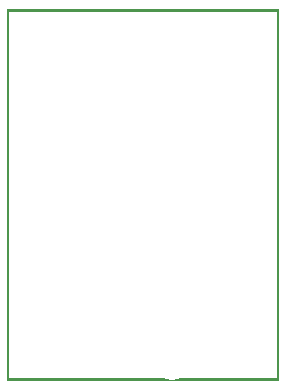
<source format=gbo>
G04 MADE WITH FRITZING*
G04 WWW.FRITZING.ORG*
G04 DOUBLE SIDED*
G04 HOLES PLATED*
G04 CONTOUR ON CENTER OF CONTOUR VECTOR*
%ASAXBY*%
%FSLAX23Y23*%
%MOIN*%
%OFA0B0*%
%SFA1.0B1.0*%
%ADD10R,0.001000X0.001000*%
%LNSILK0*%
G90*
G70*
G54D10*
X0Y1238D02*
X906Y1238D01*
X0Y1237D02*
X906Y1237D01*
X0Y1236D02*
X906Y1236D01*
X0Y1235D02*
X906Y1235D01*
X0Y1234D02*
X906Y1234D01*
X0Y1233D02*
X906Y1233D01*
X0Y1232D02*
X906Y1232D01*
X0Y1231D02*
X906Y1231D01*
X0Y1230D02*
X7Y1230D01*
X899Y1230D02*
X906Y1230D01*
X0Y1229D02*
X7Y1229D01*
X899Y1229D02*
X906Y1229D01*
X0Y1228D02*
X7Y1228D01*
X899Y1228D02*
X906Y1228D01*
X0Y1227D02*
X7Y1227D01*
X899Y1227D02*
X906Y1227D01*
X0Y1226D02*
X7Y1226D01*
X899Y1226D02*
X906Y1226D01*
X0Y1225D02*
X7Y1225D01*
X899Y1225D02*
X906Y1225D01*
X0Y1224D02*
X7Y1224D01*
X899Y1224D02*
X906Y1224D01*
X0Y1223D02*
X7Y1223D01*
X899Y1223D02*
X906Y1223D01*
X0Y1222D02*
X7Y1222D01*
X899Y1222D02*
X906Y1222D01*
X0Y1221D02*
X7Y1221D01*
X899Y1221D02*
X906Y1221D01*
X0Y1220D02*
X7Y1220D01*
X899Y1220D02*
X906Y1220D01*
X0Y1219D02*
X7Y1219D01*
X899Y1219D02*
X906Y1219D01*
X0Y1218D02*
X7Y1218D01*
X899Y1218D02*
X906Y1218D01*
X0Y1217D02*
X7Y1217D01*
X899Y1217D02*
X906Y1217D01*
X0Y1216D02*
X7Y1216D01*
X899Y1216D02*
X906Y1216D01*
X0Y1215D02*
X7Y1215D01*
X899Y1215D02*
X906Y1215D01*
X0Y1214D02*
X7Y1214D01*
X899Y1214D02*
X906Y1214D01*
X0Y1213D02*
X7Y1213D01*
X899Y1213D02*
X906Y1213D01*
X0Y1212D02*
X7Y1212D01*
X899Y1212D02*
X906Y1212D01*
X0Y1211D02*
X7Y1211D01*
X899Y1211D02*
X906Y1211D01*
X0Y1210D02*
X7Y1210D01*
X899Y1210D02*
X906Y1210D01*
X0Y1209D02*
X7Y1209D01*
X899Y1209D02*
X906Y1209D01*
X0Y1208D02*
X7Y1208D01*
X899Y1208D02*
X906Y1208D01*
X0Y1207D02*
X7Y1207D01*
X899Y1207D02*
X906Y1207D01*
X0Y1206D02*
X7Y1206D01*
X899Y1206D02*
X906Y1206D01*
X0Y1205D02*
X7Y1205D01*
X899Y1205D02*
X906Y1205D01*
X0Y1204D02*
X7Y1204D01*
X899Y1204D02*
X906Y1204D01*
X0Y1203D02*
X7Y1203D01*
X899Y1203D02*
X906Y1203D01*
X0Y1202D02*
X7Y1202D01*
X899Y1202D02*
X906Y1202D01*
X0Y1201D02*
X7Y1201D01*
X899Y1201D02*
X906Y1201D01*
X0Y1200D02*
X7Y1200D01*
X899Y1200D02*
X906Y1200D01*
X0Y1199D02*
X7Y1199D01*
X899Y1199D02*
X906Y1199D01*
X0Y1198D02*
X7Y1198D01*
X899Y1198D02*
X906Y1198D01*
X0Y1197D02*
X7Y1197D01*
X899Y1197D02*
X906Y1197D01*
X0Y1196D02*
X7Y1196D01*
X899Y1196D02*
X906Y1196D01*
X0Y1195D02*
X7Y1195D01*
X899Y1195D02*
X906Y1195D01*
X0Y1194D02*
X7Y1194D01*
X899Y1194D02*
X906Y1194D01*
X0Y1193D02*
X7Y1193D01*
X899Y1193D02*
X906Y1193D01*
X0Y1192D02*
X7Y1192D01*
X899Y1192D02*
X906Y1192D01*
X0Y1191D02*
X7Y1191D01*
X899Y1191D02*
X906Y1191D01*
X0Y1190D02*
X7Y1190D01*
X899Y1190D02*
X906Y1190D01*
X0Y1189D02*
X7Y1189D01*
X899Y1189D02*
X906Y1189D01*
X0Y1188D02*
X7Y1188D01*
X899Y1188D02*
X906Y1188D01*
X0Y1187D02*
X7Y1187D01*
X899Y1187D02*
X906Y1187D01*
X0Y1186D02*
X7Y1186D01*
X899Y1186D02*
X906Y1186D01*
X0Y1185D02*
X7Y1185D01*
X899Y1185D02*
X906Y1185D01*
X0Y1184D02*
X7Y1184D01*
X899Y1184D02*
X906Y1184D01*
X0Y1183D02*
X7Y1183D01*
X899Y1183D02*
X906Y1183D01*
X0Y1182D02*
X7Y1182D01*
X899Y1182D02*
X906Y1182D01*
X0Y1181D02*
X7Y1181D01*
X899Y1181D02*
X906Y1181D01*
X0Y1180D02*
X7Y1180D01*
X899Y1180D02*
X906Y1180D01*
X0Y1179D02*
X7Y1179D01*
X899Y1179D02*
X906Y1179D01*
X0Y1178D02*
X7Y1178D01*
X899Y1178D02*
X906Y1178D01*
X0Y1177D02*
X7Y1177D01*
X899Y1177D02*
X906Y1177D01*
X0Y1176D02*
X7Y1176D01*
X899Y1176D02*
X906Y1176D01*
X0Y1175D02*
X7Y1175D01*
X899Y1175D02*
X906Y1175D01*
X0Y1174D02*
X7Y1174D01*
X899Y1174D02*
X906Y1174D01*
X0Y1173D02*
X7Y1173D01*
X899Y1173D02*
X906Y1173D01*
X0Y1172D02*
X7Y1172D01*
X899Y1172D02*
X906Y1172D01*
X0Y1171D02*
X7Y1171D01*
X899Y1171D02*
X906Y1171D01*
X0Y1170D02*
X7Y1170D01*
X899Y1170D02*
X906Y1170D01*
X0Y1169D02*
X7Y1169D01*
X899Y1169D02*
X906Y1169D01*
X0Y1168D02*
X7Y1168D01*
X899Y1168D02*
X906Y1168D01*
X0Y1167D02*
X7Y1167D01*
X899Y1167D02*
X906Y1167D01*
X0Y1166D02*
X7Y1166D01*
X899Y1166D02*
X906Y1166D01*
X0Y1165D02*
X7Y1165D01*
X899Y1165D02*
X906Y1165D01*
X0Y1164D02*
X7Y1164D01*
X899Y1164D02*
X906Y1164D01*
X0Y1163D02*
X7Y1163D01*
X899Y1163D02*
X906Y1163D01*
X0Y1162D02*
X7Y1162D01*
X899Y1162D02*
X906Y1162D01*
X0Y1161D02*
X7Y1161D01*
X899Y1161D02*
X906Y1161D01*
X0Y1160D02*
X7Y1160D01*
X899Y1160D02*
X906Y1160D01*
X0Y1159D02*
X7Y1159D01*
X899Y1159D02*
X906Y1159D01*
X0Y1158D02*
X7Y1158D01*
X899Y1158D02*
X906Y1158D01*
X0Y1157D02*
X7Y1157D01*
X899Y1157D02*
X906Y1157D01*
X0Y1156D02*
X7Y1156D01*
X899Y1156D02*
X906Y1156D01*
X0Y1155D02*
X7Y1155D01*
X899Y1155D02*
X906Y1155D01*
X0Y1154D02*
X7Y1154D01*
X899Y1154D02*
X906Y1154D01*
X0Y1153D02*
X7Y1153D01*
X899Y1153D02*
X906Y1153D01*
X0Y1152D02*
X7Y1152D01*
X899Y1152D02*
X906Y1152D01*
X0Y1151D02*
X7Y1151D01*
X899Y1151D02*
X906Y1151D01*
X0Y1150D02*
X7Y1150D01*
X899Y1150D02*
X906Y1150D01*
X0Y1149D02*
X7Y1149D01*
X899Y1149D02*
X906Y1149D01*
X0Y1148D02*
X7Y1148D01*
X899Y1148D02*
X906Y1148D01*
X0Y1147D02*
X7Y1147D01*
X899Y1147D02*
X906Y1147D01*
X0Y1146D02*
X7Y1146D01*
X899Y1146D02*
X906Y1146D01*
X0Y1145D02*
X7Y1145D01*
X899Y1145D02*
X906Y1145D01*
X0Y1144D02*
X7Y1144D01*
X899Y1144D02*
X906Y1144D01*
X0Y1143D02*
X7Y1143D01*
X899Y1143D02*
X906Y1143D01*
X0Y1142D02*
X7Y1142D01*
X899Y1142D02*
X906Y1142D01*
X0Y1141D02*
X7Y1141D01*
X899Y1141D02*
X906Y1141D01*
X0Y1140D02*
X7Y1140D01*
X899Y1140D02*
X906Y1140D01*
X0Y1139D02*
X7Y1139D01*
X899Y1139D02*
X906Y1139D01*
X0Y1138D02*
X7Y1138D01*
X899Y1138D02*
X906Y1138D01*
X0Y1137D02*
X7Y1137D01*
X899Y1137D02*
X906Y1137D01*
X0Y1136D02*
X7Y1136D01*
X899Y1136D02*
X906Y1136D01*
X0Y1135D02*
X7Y1135D01*
X899Y1135D02*
X906Y1135D01*
X0Y1134D02*
X7Y1134D01*
X899Y1134D02*
X906Y1134D01*
X0Y1133D02*
X7Y1133D01*
X899Y1133D02*
X906Y1133D01*
X0Y1132D02*
X7Y1132D01*
X899Y1132D02*
X906Y1132D01*
X0Y1131D02*
X7Y1131D01*
X899Y1131D02*
X906Y1131D01*
X0Y1130D02*
X7Y1130D01*
X899Y1130D02*
X906Y1130D01*
X0Y1129D02*
X7Y1129D01*
X899Y1129D02*
X906Y1129D01*
X0Y1128D02*
X7Y1128D01*
X899Y1128D02*
X906Y1128D01*
X0Y1127D02*
X7Y1127D01*
X899Y1127D02*
X906Y1127D01*
X0Y1126D02*
X7Y1126D01*
X899Y1126D02*
X906Y1126D01*
X0Y1125D02*
X7Y1125D01*
X899Y1125D02*
X906Y1125D01*
X0Y1124D02*
X7Y1124D01*
X899Y1124D02*
X906Y1124D01*
X0Y1123D02*
X7Y1123D01*
X899Y1123D02*
X906Y1123D01*
X0Y1122D02*
X7Y1122D01*
X899Y1122D02*
X906Y1122D01*
X0Y1121D02*
X7Y1121D01*
X899Y1121D02*
X906Y1121D01*
X0Y1120D02*
X7Y1120D01*
X899Y1120D02*
X906Y1120D01*
X0Y1119D02*
X7Y1119D01*
X899Y1119D02*
X906Y1119D01*
X0Y1118D02*
X7Y1118D01*
X899Y1118D02*
X906Y1118D01*
X0Y1117D02*
X7Y1117D01*
X899Y1117D02*
X906Y1117D01*
X0Y1116D02*
X7Y1116D01*
X899Y1116D02*
X906Y1116D01*
X0Y1115D02*
X7Y1115D01*
X899Y1115D02*
X906Y1115D01*
X0Y1114D02*
X7Y1114D01*
X899Y1114D02*
X906Y1114D01*
X0Y1113D02*
X7Y1113D01*
X899Y1113D02*
X906Y1113D01*
X0Y1112D02*
X7Y1112D01*
X899Y1112D02*
X906Y1112D01*
X0Y1111D02*
X7Y1111D01*
X899Y1111D02*
X906Y1111D01*
X0Y1110D02*
X7Y1110D01*
X899Y1110D02*
X906Y1110D01*
X0Y1109D02*
X7Y1109D01*
X899Y1109D02*
X906Y1109D01*
X0Y1108D02*
X7Y1108D01*
X899Y1108D02*
X906Y1108D01*
X0Y1107D02*
X7Y1107D01*
X899Y1107D02*
X906Y1107D01*
X0Y1106D02*
X7Y1106D01*
X899Y1106D02*
X906Y1106D01*
X0Y1105D02*
X7Y1105D01*
X899Y1105D02*
X906Y1105D01*
X0Y1104D02*
X7Y1104D01*
X899Y1104D02*
X906Y1104D01*
X0Y1103D02*
X7Y1103D01*
X899Y1103D02*
X906Y1103D01*
X0Y1102D02*
X7Y1102D01*
X899Y1102D02*
X906Y1102D01*
X0Y1101D02*
X7Y1101D01*
X899Y1101D02*
X906Y1101D01*
X0Y1100D02*
X7Y1100D01*
X899Y1100D02*
X906Y1100D01*
X0Y1099D02*
X7Y1099D01*
X899Y1099D02*
X906Y1099D01*
X0Y1098D02*
X7Y1098D01*
X899Y1098D02*
X906Y1098D01*
X0Y1097D02*
X7Y1097D01*
X899Y1097D02*
X906Y1097D01*
X0Y1096D02*
X7Y1096D01*
X899Y1096D02*
X906Y1096D01*
X0Y1095D02*
X7Y1095D01*
X899Y1095D02*
X906Y1095D01*
X0Y1094D02*
X7Y1094D01*
X899Y1094D02*
X906Y1094D01*
X0Y1093D02*
X7Y1093D01*
X899Y1093D02*
X906Y1093D01*
X0Y1092D02*
X7Y1092D01*
X899Y1092D02*
X906Y1092D01*
X0Y1091D02*
X7Y1091D01*
X899Y1091D02*
X906Y1091D01*
X0Y1090D02*
X7Y1090D01*
X899Y1090D02*
X906Y1090D01*
X0Y1089D02*
X7Y1089D01*
X899Y1089D02*
X906Y1089D01*
X0Y1088D02*
X7Y1088D01*
X899Y1088D02*
X906Y1088D01*
X0Y1087D02*
X7Y1087D01*
X899Y1087D02*
X906Y1087D01*
X0Y1086D02*
X7Y1086D01*
X899Y1086D02*
X906Y1086D01*
X0Y1085D02*
X7Y1085D01*
X899Y1085D02*
X906Y1085D01*
X0Y1084D02*
X7Y1084D01*
X899Y1084D02*
X906Y1084D01*
X0Y1083D02*
X7Y1083D01*
X899Y1083D02*
X906Y1083D01*
X0Y1082D02*
X7Y1082D01*
X899Y1082D02*
X906Y1082D01*
X0Y1081D02*
X7Y1081D01*
X899Y1081D02*
X906Y1081D01*
X0Y1080D02*
X7Y1080D01*
X899Y1080D02*
X906Y1080D01*
X0Y1079D02*
X7Y1079D01*
X899Y1079D02*
X906Y1079D01*
X0Y1078D02*
X7Y1078D01*
X899Y1078D02*
X906Y1078D01*
X0Y1077D02*
X7Y1077D01*
X899Y1077D02*
X906Y1077D01*
X0Y1076D02*
X7Y1076D01*
X899Y1076D02*
X906Y1076D01*
X0Y1075D02*
X7Y1075D01*
X899Y1075D02*
X906Y1075D01*
X0Y1074D02*
X7Y1074D01*
X899Y1074D02*
X906Y1074D01*
X0Y1073D02*
X7Y1073D01*
X899Y1073D02*
X906Y1073D01*
X0Y1072D02*
X7Y1072D01*
X899Y1072D02*
X906Y1072D01*
X0Y1071D02*
X7Y1071D01*
X899Y1071D02*
X906Y1071D01*
X0Y1070D02*
X7Y1070D01*
X899Y1070D02*
X906Y1070D01*
X0Y1069D02*
X7Y1069D01*
X899Y1069D02*
X906Y1069D01*
X0Y1068D02*
X7Y1068D01*
X899Y1068D02*
X906Y1068D01*
X0Y1067D02*
X7Y1067D01*
X899Y1067D02*
X906Y1067D01*
X0Y1066D02*
X7Y1066D01*
X899Y1066D02*
X906Y1066D01*
X0Y1065D02*
X7Y1065D01*
X899Y1065D02*
X906Y1065D01*
X0Y1064D02*
X7Y1064D01*
X899Y1064D02*
X906Y1064D01*
X0Y1063D02*
X7Y1063D01*
X899Y1063D02*
X906Y1063D01*
X0Y1062D02*
X7Y1062D01*
X899Y1062D02*
X906Y1062D01*
X0Y1061D02*
X7Y1061D01*
X899Y1061D02*
X906Y1061D01*
X0Y1060D02*
X7Y1060D01*
X899Y1060D02*
X906Y1060D01*
X0Y1059D02*
X7Y1059D01*
X899Y1059D02*
X906Y1059D01*
X0Y1058D02*
X7Y1058D01*
X899Y1058D02*
X906Y1058D01*
X0Y1057D02*
X7Y1057D01*
X899Y1057D02*
X906Y1057D01*
X0Y1056D02*
X7Y1056D01*
X899Y1056D02*
X906Y1056D01*
X0Y1055D02*
X7Y1055D01*
X899Y1055D02*
X906Y1055D01*
X0Y1054D02*
X7Y1054D01*
X899Y1054D02*
X906Y1054D01*
X0Y1053D02*
X7Y1053D01*
X899Y1053D02*
X906Y1053D01*
X0Y1052D02*
X7Y1052D01*
X899Y1052D02*
X906Y1052D01*
X0Y1051D02*
X7Y1051D01*
X899Y1051D02*
X906Y1051D01*
X0Y1050D02*
X7Y1050D01*
X899Y1050D02*
X906Y1050D01*
X0Y1049D02*
X7Y1049D01*
X899Y1049D02*
X906Y1049D01*
X0Y1048D02*
X7Y1048D01*
X899Y1048D02*
X906Y1048D01*
X0Y1047D02*
X7Y1047D01*
X899Y1047D02*
X906Y1047D01*
X0Y1046D02*
X7Y1046D01*
X899Y1046D02*
X906Y1046D01*
X0Y1045D02*
X7Y1045D01*
X899Y1045D02*
X906Y1045D01*
X0Y1044D02*
X7Y1044D01*
X899Y1044D02*
X906Y1044D01*
X0Y1043D02*
X7Y1043D01*
X899Y1043D02*
X906Y1043D01*
X0Y1042D02*
X7Y1042D01*
X899Y1042D02*
X906Y1042D01*
X0Y1041D02*
X7Y1041D01*
X899Y1041D02*
X906Y1041D01*
X0Y1040D02*
X7Y1040D01*
X899Y1040D02*
X906Y1040D01*
X0Y1039D02*
X7Y1039D01*
X899Y1039D02*
X906Y1039D01*
X0Y1038D02*
X7Y1038D01*
X899Y1038D02*
X906Y1038D01*
X0Y1037D02*
X7Y1037D01*
X899Y1037D02*
X906Y1037D01*
X0Y1036D02*
X7Y1036D01*
X899Y1036D02*
X906Y1036D01*
X0Y1035D02*
X7Y1035D01*
X899Y1035D02*
X906Y1035D01*
X0Y1034D02*
X7Y1034D01*
X899Y1034D02*
X906Y1034D01*
X0Y1033D02*
X7Y1033D01*
X899Y1033D02*
X906Y1033D01*
X0Y1032D02*
X7Y1032D01*
X899Y1032D02*
X906Y1032D01*
X0Y1031D02*
X7Y1031D01*
X899Y1031D02*
X906Y1031D01*
X0Y1030D02*
X7Y1030D01*
X899Y1030D02*
X906Y1030D01*
X0Y1029D02*
X7Y1029D01*
X899Y1029D02*
X906Y1029D01*
X0Y1028D02*
X7Y1028D01*
X899Y1028D02*
X906Y1028D01*
X0Y1027D02*
X7Y1027D01*
X899Y1027D02*
X906Y1027D01*
X0Y1026D02*
X7Y1026D01*
X899Y1026D02*
X906Y1026D01*
X0Y1025D02*
X7Y1025D01*
X899Y1025D02*
X906Y1025D01*
X0Y1024D02*
X7Y1024D01*
X899Y1024D02*
X906Y1024D01*
X0Y1023D02*
X7Y1023D01*
X899Y1023D02*
X906Y1023D01*
X0Y1022D02*
X7Y1022D01*
X899Y1022D02*
X906Y1022D01*
X0Y1021D02*
X7Y1021D01*
X899Y1021D02*
X906Y1021D01*
X0Y1020D02*
X7Y1020D01*
X899Y1020D02*
X906Y1020D01*
X0Y1019D02*
X7Y1019D01*
X899Y1019D02*
X906Y1019D01*
X0Y1018D02*
X7Y1018D01*
X899Y1018D02*
X906Y1018D01*
X0Y1017D02*
X7Y1017D01*
X899Y1017D02*
X906Y1017D01*
X0Y1016D02*
X7Y1016D01*
X899Y1016D02*
X906Y1016D01*
X0Y1015D02*
X7Y1015D01*
X899Y1015D02*
X906Y1015D01*
X0Y1014D02*
X7Y1014D01*
X899Y1014D02*
X906Y1014D01*
X0Y1013D02*
X7Y1013D01*
X899Y1013D02*
X906Y1013D01*
X0Y1012D02*
X7Y1012D01*
X899Y1012D02*
X906Y1012D01*
X0Y1011D02*
X7Y1011D01*
X899Y1011D02*
X906Y1011D01*
X0Y1010D02*
X7Y1010D01*
X899Y1010D02*
X906Y1010D01*
X0Y1009D02*
X7Y1009D01*
X899Y1009D02*
X906Y1009D01*
X0Y1008D02*
X7Y1008D01*
X899Y1008D02*
X906Y1008D01*
X0Y1007D02*
X7Y1007D01*
X899Y1007D02*
X906Y1007D01*
X0Y1006D02*
X7Y1006D01*
X899Y1006D02*
X906Y1006D01*
X0Y1005D02*
X7Y1005D01*
X899Y1005D02*
X906Y1005D01*
X0Y1004D02*
X7Y1004D01*
X899Y1004D02*
X906Y1004D01*
X0Y1003D02*
X7Y1003D01*
X899Y1003D02*
X906Y1003D01*
X0Y1002D02*
X7Y1002D01*
X899Y1002D02*
X906Y1002D01*
X0Y1001D02*
X7Y1001D01*
X899Y1001D02*
X906Y1001D01*
X0Y1000D02*
X7Y1000D01*
X899Y1000D02*
X906Y1000D01*
X0Y999D02*
X7Y999D01*
X899Y999D02*
X906Y999D01*
X0Y998D02*
X7Y998D01*
X899Y998D02*
X906Y998D01*
X0Y997D02*
X7Y997D01*
X899Y997D02*
X906Y997D01*
X0Y996D02*
X7Y996D01*
X899Y996D02*
X906Y996D01*
X0Y995D02*
X7Y995D01*
X899Y995D02*
X906Y995D01*
X0Y994D02*
X7Y994D01*
X899Y994D02*
X906Y994D01*
X0Y993D02*
X7Y993D01*
X899Y993D02*
X906Y993D01*
X0Y992D02*
X7Y992D01*
X899Y992D02*
X906Y992D01*
X0Y991D02*
X7Y991D01*
X899Y991D02*
X906Y991D01*
X0Y990D02*
X7Y990D01*
X899Y990D02*
X906Y990D01*
X0Y989D02*
X7Y989D01*
X899Y989D02*
X906Y989D01*
X0Y988D02*
X7Y988D01*
X899Y988D02*
X906Y988D01*
X0Y987D02*
X7Y987D01*
X899Y987D02*
X906Y987D01*
X0Y986D02*
X7Y986D01*
X899Y986D02*
X906Y986D01*
X0Y985D02*
X7Y985D01*
X899Y985D02*
X906Y985D01*
X0Y984D02*
X7Y984D01*
X899Y984D02*
X906Y984D01*
X0Y983D02*
X7Y983D01*
X899Y983D02*
X906Y983D01*
X0Y982D02*
X7Y982D01*
X899Y982D02*
X906Y982D01*
X0Y981D02*
X7Y981D01*
X899Y981D02*
X906Y981D01*
X0Y980D02*
X7Y980D01*
X899Y980D02*
X906Y980D01*
X0Y979D02*
X7Y979D01*
X899Y979D02*
X906Y979D01*
X0Y978D02*
X7Y978D01*
X899Y978D02*
X906Y978D01*
X0Y977D02*
X7Y977D01*
X899Y977D02*
X906Y977D01*
X0Y976D02*
X7Y976D01*
X899Y976D02*
X906Y976D01*
X0Y975D02*
X7Y975D01*
X899Y975D02*
X906Y975D01*
X0Y974D02*
X7Y974D01*
X899Y974D02*
X906Y974D01*
X0Y973D02*
X7Y973D01*
X899Y973D02*
X906Y973D01*
X0Y972D02*
X7Y972D01*
X899Y972D02*
X906Y972D01*
X0Y971D02*
X7Y971D01*
X899Y971D02*
X906Y971D01*
X0Y970D02*
X7Y970D01*
X899Y970D02*
X906Y970D01*
X0Y969D02*
X7Y969D01*
X899Y969D02*
X906Y969D01*
X0Y968D02*
X7Y968D01*
X899Y968D02*
X906Y968D01*
X0Y967D02*
X7Y967D01*
X899Y967D02*
X906Y967D01*
X0Y966D02*
X7Y966D01*
X899Y966D02*
X906Y966D01*
X0Y965D02*
X7Y965D01*
X899Y965D02*
X906Y965D01*
X0Y964D02*
X7Y964D01*
X899Y964D02*
X906Y964D01*
X0Y963D02*
X7Y963D01*
X899Y963D02*
X906Y963D01*
X0Y962D02*
X7Y962D01*
X899Y962D02*
X906Y962D01*
X0Y961D02*
X7Y961D01*
X899Y961D02*
X906Y961D01*
X0Y960D02*
X7Y960D01*
X899Y960D02*
X906Y960D01*
X0Y959D02*
X7Y959D01*
X899Y959D02*
X906Y959D01*
X0Y958D02*
X7Y958D01*
X899Y958D02*
X906Y958D01*
X0Y957D02*
X7Y957D01*
X899Y957D02*
X906Y957D01*
X0Y956D02*
X7Y956D01*
X899Y956D02*
X906Y956D01*
X0Y955D02*
X7Y955D01*
X899Y955D02*
X906Y955D01*
X0Y954D02*
X7Y954D01*
X899Y954D02*
X906Y954D01*
X0Y953D02*
X7Y953D01*
X899Y953D02*
X906Y953D01*
X0Y952D02*
X7Y952D01*
X899Y952D02*
X906Y952D01*
X0Y951D02*
X7Y951D01*
X899Y951D02*
X906Y951D01*
X0Y950D02*
X7Y950D01*
X899Y950D02*
X906Y950D01*
X0Y949D02*
X7Y949D01*
X899Y949D02*
X906Y949D01*
X0Y948D02*
X7Y948D01*
X899Y948D02*
X906Y948D01*
X0Y947D02*
X7Y947D01*
X899Y947D02*
X906Y947D01*
X0Y946D02*
X7Y946D01*
X899Y946D02*
X906Y946D01*
X0Y945D02*
X7Y945D01*
X899Y945D02*
X906Y945D01*
X0Y944D02*
X7Y944D01*
X899Y944D02*
X906Y944D01*
X0Y943D02*
X7Y943D01*
X899Y943D02*
X906Y943D01*
X0Y942D02*
X7Y942D01*
X899Y942D02*
X906Y942D01*
X0Y941D02*
X7Y941D01*
X899Y941D02*
X906Y941D01*
X0Y940D02*
X7Y940D01*
X899Y940D02*
X906Y940D01*
X0Y939D02*
X7Y939D01*
X899Y939D02*
X906Y939D01*
X0Y938D02*
X7Y938D01*
X899Y938D02*
X906Y938D01*
X0Y937D02*
X7Y937D01*
X899Y937D02*
X906Y937D01*
X0Y936D02*
X7Y936D01*
X899Y936D02*
X906Y936D01*
X0Y935D02*
X7Y935D01*
X899Y935D02*
X906Y935D01*
X0Y934D02*
X7Y934D01*
X899Y934D02*
X906Y934D01*
X0Y933D02*
X7Y933D01*
X899Y933D02*
X906Y933D01*
X0Y932D02*
X7Y932D01*
X899Y932D02*
X906Y932D01*
X0Y931D02*
X7Y931D01*
X899Y931D02*
X906Y931D01*
X0Y930D02*
X7Y930D01*
X899Y930D02*
X906Y930D01*
X0Y929D02*
X7Y929D01*
X899Y929D02*
X906Y929D01*
X0Y928D02*
X7Y928D01*
X899Y928D02*
X906Y928D01*
X0Y927D02*
X7Y927D01*
X899Y927D02*
X906Y927D01*
X0Y926D02*
X7Y926D01*
X899Y926D02*
X906Y926D01*
X0Y925D02*
X7Y925D01*
X899Y925D02*
X906Y925D01*
X0Y924D02*
X7Y924D01*
X899Y924D02*
X906Y924D01*
X0Y923D02*
X7Y923D01*
X899Y923D02*
X906Y923D01*
X0Y922D02*
X7Y922D01*
X899Y922D02*
X906Y922D01*
X0Y921D02*
X7Y921D01*
X899Y921D02*
X906Y921D01*
X0Y920D02*
X7Y920D01*
X899Y920D02*
X906Y920D01*
X0Y919D02*
X7Y919D01*
X899Y919D02*
X906Y919D01*
X0Y918D02*
X7Y918D01*
X899Y918D02*
X906Y918D01*
X0Y917D02*
X7Y917D01*
X899Y917D02*
X906Y917D01*
X0Y916D02*
X7Y916D01*
X899Y916D02*
X906Y916D01*
X0Y915D02*
X7Y915D01*
X899Y915D02*
X906Y915D01*
X0Y914D02*
X7Y914D01*
X899Y914D02*
X906Y914D01*
X0Y913D02*
X7Y913D01*
X899Y913D02*
X906Y913D01*
X0Y912D02*
X7Y912D01*
X899Y912D02*
X906Y912D01*
X0Y911D02*
X7Y911D01*
X899Y911D02*
X906Y911D01*
X0Y910D02*
X7Y910D01*
X899Y910D02*
X906Y910D01*
X0Y909D02*
X7Y909D01*
X899Y909D02*
X906Y909D01*
X0Y908D02*
X7Y908D01*
X899Y908D02*
X906Y908D01*
X0Y907D02*
X7Y907D01*
X899Y907D02*
X906Y907D01*
X0Y906D02*
X7Y906D01*
X899Y906D02*
X906Y906D01*
X0Y905D02*
X7Y905D01*
X899Y905D02*
X906Y905D01*
X0Y904D02*
X7Y904D01*
X899Y904D02*
X906Y904D01*
X0Y903D02*
X7Y903D01*
X899Y903D02*
X906Y903D01*
X0Y902D02*
X7Y902D01*
X899Y902D02*
X906Y902D01*
X0Y901D02*
X7Y901D01*
X899Y901D02*
X906Y901D01*
X0Y900D02*
X7Y900D01*
X899Y900D02*
X906Y900D01*
X0Y899D02*
X7Y899D01*
X899Y899D02*
X906Y899D01*
X0Y898D02*
X7Y898D01*
X899Y898D02*
X906Y898D01*
X0Y897D02*
X7Y897D01*
X899Y897D02*
X906Y897D01*
X0Y896D02*
X7Y896D01*
X899Y896D02*
X906Y896D01*
X0Y895D02*
X7Y895D01*
X899Y895D02*
X906Y895D01*
X0Y894D02*
X7Y894D01*
X899Y894D02*
X906Y894D01*
X0Y893D02*
X7Y893D01*
X899Y893D02*
X906Y893D01*
X0Y892D02*
X7Y892D01*
X899Y892D02*
X906Y892D01*
X0Y891D02*
X7Y891D01*
X899Y891D02*
X906Y891D01*
X0Y890D02*
X7Y890D01*
X899Y890D02*
X906Y890D01*
X0Y889D02*
X7Y889D01*
X899Y889D02*
X906Y889D01*
X0Y888D02*
X7Y888D01*
X899Y888D02*
X906Y888D01*
X0Y887D02*
X7Y887D01*
X899Y887D02*
X906Y887D01*
X0Y886D02*
X7Y886D01*
X899Y886D02*
X906Y886D01*
X0Y885D02*
X7Y885D01*
X899Y885D02*
X906Y885D01*
X0Y884D02*
X7Y884D01*
X899Y884D02*
X906Y884D01*
X0Y883D02*
X7Y883D01*
X899Y883D02*
X906Y883D01*
X0Y882D02*
X7Y882D01*
X899Y882D02*
X906Y882D01*
X0Y881D02*
X7Y881D01*
X899Y881D02*
X906Y881D01*
X0Y880D02*
X7Y880D01*
X899Y880D02*
X906Y880D01*
X0Y879D02*
X7Y879D01*
X899Y879D02*
X906Y879D01*
X0Y878D02*
X7Y878D01*
X899Y878D02*
X906Y878D01*
X0Y877D02*
X7Y877D01*
X899Y877D02*
X906Y877D01*
X0Y876D02*
X7Y876D01*
X899Y876D02*
X906Y876D01*
X0Y875D02*
X7Y875D01*
X899Y875D02*
X906Y875D01*
X0Y874D02*
X7Y874D01*
X899Y874D02*
X906Y874D01*
X0Y873D02*
X7Y873D01*
X899Y873D02*
X906Y873D01*
X0Y872D02*
X7Y872D01*
X899Y872D02*
X906Y872D01*
X0Y871D02*
X7Y871D01*
X899Y871D02*
X906Y871D01*
X0Y870D02*
X7Y870D01*
X899Y870D02*
X906Y870D01*
X0Y869D02*
X7Y869D01*
X899Y869D02*
X906Y869D01*
X0Y868D02*
X7Y868D01*
X899Y868D02*
X906Y868D01*
X0Y867D02*
X7Y867D01*
X899Y867D02*
X906Y867D01*
X0Y866D02*
X7Y866D01*
X899Y866D02*
X906Y866D01*
X0Y865D02*
X7Y865D01*
X899Y865D02*
X906Y865D01*
X0Y864D02*
X7Y864D01*
X899Y864D02*
X906Y864D01*
X0Y863D02*
X7Y863D01*
X899Y863D02*
X906Y863D01*
X0Y862D02*
X7Y862D01*
X899Y862D02*
X906Y862D01*
X0Y861D02*
X7Y861D01*
X899Y861D02*
X906Y861D01*
X0Y860D02*
X7Y860D01*
X899Y860D02*
X906Y860D01*
X0Y859D02*
X7Y859D01*
X899Y859D02*
X906Y859D01*
X0Y858D02*
X7Y858D01*
X899Y858D02*
X906Y858D01*
X0Y857D02*
X7Y857D01*
X899Y857D02*
X906Y857D01*
X0Y856D02*
X7Y856D01*
X899Y856D02*
X906Y856D01*
X0Y855D02*
X7Y855D01*
X899Y855D02*
X906Y855D01*
X0Y854D02*
X7Y854D01*
X899Y854D02*
X906Y854D01*
X0Y853D02*
X7Y853D01*
X899Y853D02*
X906Y853D01*
X0Y852D02*
X7Y852D01*
X899Y852D02*
X906Y852D01*
X0Y851D02*
X7Y851D01*
X899Y851D02*
X906Y851D01*
X0Y850D02*
X7Y850D01*
X899Y850D02*
X906Y850D01*
X0Y849D02*
X7Y849D01*
X899Y849D02*
X906Y849D01*
X0Y848D02*
X7Y848D01*
X899Y848D02*
X906Y848D01*
X0Y847D02*
X7Y847D01*
X899Y847D02*
X906Y847D01*
X0Y846D02*
X7Y846D01*
X899Y846D02*
X906Y846D01*
X0Y845D02*
X7Y845D01*
X899Y845D02*
X906Y845D01*
X0Y844D02*
X7Y844D01*
X899Y844D02*
X906Y844D01*
X0Y843D02*
X7Y843D01*
X899Y843D02*
X906Y843D01*
X0Y842D02*
X7Y842D01*
X899Y842D02*
X906Y842D01*
X0Y841D02*
X7Y841D01*
X899Y841D02*
X906Y841D01*
X0Y840D02*
X7Y840D01*
X899Y840D02*
X906Y840D01*
X0Y839D02*
X7Y839D01*
X899Y839D02*
X906Y839D01*
X0Y838D02*
X7Y838D01*
X899Y838D02*
X906Y838D01*
X0Y837D02*
X7Y837D01*
X899Y837D02*
X906Y837D01*
X0Y836D02*
X7Y836D01*
X899Y836D02*
X906Y836D01*
X0Y835D02*
X7Y835D01*
X899Y835D02*
X906Y835D01*
X0Y834D02*
X7Y834D01*
X899Y834D02*
X906Y834D01*
X0Y833D02*
X7Y833D01*
X899Y833D02*
X906Y833D01*
X0Y832D02*
X7Y832D01*
X899Y832D02*
X906Y832D01*
X0Y831D02*
X7Y831D01*
X899Y831D02*
X906Y831D01*
X0Y830D02*
X7Y830D01*
X899Y830D02*
X906Y830D01*
X0Y829D02*
X7Y829D01*
X899Y829D02*
X906Y829D01*
X0Y828D02*
X7Y828D01*
X899Y828D02*
X906Y828D01*
X0Y827D02*
X7Y827D01*
X899Y827D02*
X906Y827D01*
X0Y826D02*
X7Y826D01*
X899Y826D02*
X906Y826D01*
X0Y825D02*
X7Y825D01*
X899Y825D02*
X906Y825D01*
X0Y824D02*
X7Y824D01*
X899Y824D02*
X906Y824D01*
X0Y823D02*
X7Y823D01*
X899Y823D02*
X906Y823D01*
X0Y822D02*
X7Y822D01*
X899Y822D02*
X906Y822D01*
X0Y821D02*
X7Y821D01*
X899Y821D02*
X906Y821D01*
X0Y820D02*
X7Y820D01*
X899Y820D02*
X906Y820D01*
X0Y819D02*
X7Y819D01*
X899Y819D02*
X906Y819D01*
X0Y818D02*
X7Y818D01*
X899Y818D02*
X906Y818D01*
X0Y817D02*
X7Y817D01*
X899Y817D02*
X906Y817D01*
X0Y816D02*
X7Y816D01*
X899Y816D02*
X906Y816D01*
X0Y815D02*
X7Y815D01*
X899Y815D02*
X906Y815D01*
X0Y814D02*
X7Y814D01*
X899Y814D02*
X906Y814D01*
X0Y813D02*
X7Y813D01*
X899Y813D02*
X906Y813D01*
X0Y812D02*
X7Y812D01*
X899Y812D02*
X906Y812D01*
X0Y811D02*
X7Y811D01*
X899Y811D02*
X906Y811D01*
X0Y810D02*
X7Y810D01*
X899Y810D02*
X906Y810D01*
X0Y809D02*
X7Y809D01*
X899Y809D02*
X906Y809D01*
X0Y808D02*
X7Y808D01*
X899Y808D02*
X906Y808D01*
X0Y807D02*
X7Y807D01*
X899Y807D02*
X906Y807D01*
X0Y806D02*
X7Y806D01*
X899Y806D02*
X906Y806D01*
X0Y805D02*
X7Y805D01*
X899Y805D02*
X906Y805D01*
X0Y804D02*
X7Y804D01*
X899Y804D02*
X906Y804D01*
X0Y803D02*
X7Y803D01*
X899Y803D02*
X906Y803D01*
X0Y802D02*
X7Y802D01*
X899Y802D02*
X906Y802D01*
X0Y801D02*
X7Y801D01*
X899Y801D02*
X906Y801D01*
X0Y800D02*
X7Y800D01*
X899Y800D02*
X906Y800D01*
X0Y799D02*
X7Y799D01*
X899Y799D02*
X906Y799D01*
X0Y798D02*
X7Y798D01*
X899Y798D02*
X906Y798D01*
X0Y797D02*
X7Y797D01*
X899Y797D02*
X906Y797D01*
X0Y796D02*
X7Y796D01*
X899Y796D02*
X906Y796D01*
X0Y795D02*
X7Y795D01*
X899Y795D02*
X906Y795D01*
X0Y794D02*
X7Y794D01*
X899Y794D02*
X906Y794D01*
X0Y793D02*
X7Y793D01*
X899Y793D02*
X906Y793D01*
X0Y792D02*
X7Y792D01*
X899Y792D02*
X906Y792D01*
X0Y791D02*
X7Y791D01*
X899Y791D02*
X906Y791D01*
X0Y790D02*
X7Y790D01*
X899Y790D02*
X906Y790D01*
X0Y789D02*
X7Y789D01*
X899Y789D02*
X906Y789D01*
X0Y788D02*
X7Y788D01*
X899Y788D02*
X906Y788D01*
X0Y787D02*
X7Y787D01*
X899Y787D02*
X906Y787D01*
X0Y786D02*
X7Y786D01*
X899Y786D02*
X906Y786D01*
X0Y785D02*
X7Y785D01*
X899Y785D02*
X906Y785D01*
X0Y784D02*
X7Y784D01*
X899Y784D02*
X906Y784D01*
X0Y783D02*
X7Y783D01*
X899Y783D02*
X906Y783D01*
X0Y782D02*
X7Y782D01*
X899Y782D02*
X906Y782D01*
X0Y781D02*
X7Y781D01*
X899Y781D02*
X906Y781D01*
X0Y780D02*
X7Y780D01*
X899Y780D02*
X906Y780D01*
X0Y779D02*
X7Y779D01*
X899Y779D02*
X906Y779D01*
X0Y778D02*
X7Y778D01*
X899Y778D02*
X906Y778D01*
X0Y777D02*
X7Y777D01*
X899Y777D02*
X906Y777D01*
X0Y776D02*
X7Y776D01*
X899Y776D02*
X906Y776D01*
X0Y775D02*
X7Y775D01*
X899Y775D02*
X906Y775D01*
X0Y774D02*
X7Y774D01*
X899Y774D02*
X906Y774D01*
X0Y773D02*
X7Y773D01*
X899Y773D02*
X906Y773D01*
X0Y772D02*
X7Y772D01*
X899Y772D02*
X906Y772D01*
X0Y771D02*
X7Y771D01*
X899Y771D02*
X906Y771D01*
X0Y770D02*
X7Y770D01*
X899Y770D02*
X906Y770D01*
X0Y769D02*
X7Y769D01*
X899Y769D02*
X906Y769D01*
X0Y768D02*
X7Y768D01*
X899Y768D02*
X906Y768D01*
X0Y767D02*
X7Y767D01*
X899Y767D02*
X906Y767D01*
X0Y766D02*
X7Y766D01*
X899Y766D02*
X906Y766D01*
X0Y765D02*
X7Y765D01*
X899Y765D02*
X906Y765D01*
X0Y764D02*
X7Y764D01*
X899Y764D02*
X906Y764D01*
X0Y763D02*
X7Y763D01*
X899Y763D02*
X906Y763D01*
X0Y762D02*
X7Y762D01*
X899Y762D02*
X906Y762D01*
X0Y761D02*
X7Y761D01*
X899Y761D02*
X906Y761D01*
X0Y760D02*
X7Y760D01*
X899Y760D02*
X906Y760D01*
X0Y759D02*
X7Y759D01*
X899Y759D02*
X906Y759D01*
X0Y758D02*
X7Y758D01*
X899Y758D02*
X906Y758D01*
X0Y757D02*
X7Y757D01*
X899Y757D02*
X906Y757D01*
X0Y756D02*
X7Y756D01*
X899Y756D02*
X906Y756D01*
X0Y755D02*
X7Y755D01*
X899Y755D02*
X906Y755D01*
X0Y754D02*
X7Y754D01*
X899Y754D02*
X906Y754D01*
X0Y753D02*
X7Y753D01*
X899Y753D02*
X906Y753D01*
X0Y752D02*
X7Y752D01*
X899Y752D02*
X906Y752D01*
X0Y751D02*
X7Y751D01*
X899Y751D02*
X906Y751D01*
X0Y750D02*
X7Y750D01*
X899Y750D02*
X906Y750D01*
X0Y749D02*
X7Y749D01*
X899Y749D02*
X906Y749D01*
X0Y748D02*
X7Y748D01*
X899Y748D02*
X906Y748D01*
X0Y747D02*
X7Y747D01*
X899Y747D02*
X906Y747D01*
X0Y746D02*
X7Y746D01*
X899Y746D02*
X906Y746D01*
X0Y745D02*
X7Y745D01*
X899Y745D02*
X906Y745D01*
X0Y744D02*
X7Y744D01*
X899Y744D02*
X906Y744D01*
X0Y743D02*
X7Y743D01*
X899Y743D02*
X906Y743D01*
X0Y742D02*
X7Y742D01*
X899Y742D02*
X906Y742D01*
X0Y741D02*
X7Y741D01*
X899Y741D02*
X906Y741D01*
X0Y740D02*
X7Y740D01*
X899Y740D02*
X906Y740D01*
X0Y739D02*
X7Y739D01*
X899Y739D02*
X906Y739D01*
X0Y738D02*
X7Y738D01*
X899Y738D02*
X906Y738D01*
X0Y737D02*
X7Y737D01*
X899Y737D02*
X906Y737D01*
X0Y736D02*
X7Y736D01*
X899Y736D02*
X906Y736D01*
X0Y735D02*
X7Y735D01*
X899Y735D02*
X906Y735D01*
X0Y734D02*
X7Y734D01*
X899Y734D02*
X906Y734D01*
X0Y733D02*
X7Y733D01*
X899Y733D02*
X906Y733D01*
X0Y732D02*
X7Y732D01*
X899Y732D02*
X906Y732D01*
X0Y731D02*
X7Y731D01*
X899Y731D02*
X906Y731D01*
X0Y730D02*
X7Y730D01*
X899Y730D02*
X906Y730D01*
X0Y729D02*
X7Y729D01*
X899Y729D02*
X906Y729D01*
X0Y728D02*
X7Y728D01*
X899Y728D02*
X906Y728D01*
X0Y727D02*
X7Y727D01*
X899Y727D02*
X906Y727D01*
X0Y726D02*
X7Y726D01*
X899Y726D02*
X906Y726D01*
X0Y725D02*
X7Y725D01*
X899Y725D02*
X906Y725D01*
X0Y724D02*
X7Y724D01*
X899Y724D02*
X906Y724D01*
X0Y723D02*
X7Y723D01*
X899Y723D02*
X906Y723D01*
X0Y722D02*
X7Y722D01*
X899Y722D02*
X906Y722D01*
X0Y721D02*
X7Y721D01*
X899Y721D02*
X906Y721D01*
X0Y720D02*
X7Y720D01*
X899Y720D02*
X906Y720D01*
X0Y719D02*
X7Y719D01*
X899Y719D02*
X906Y719D01*
X0Y718D02*
X7Y718D01*
X899Y718D02*
X906Y718D01*
X0Y717D02*
X7Y717D01*
X899Y717D02*
X906Y717D01*
X0Y716D02*
X7Y716D01*
X899Y716D02*
X906Y716D01*
X0Y715D02*
X7Y715D01*
X899Y715D02*
X906Y715D01*
X0Y714D02*
X7Y714D01*
X899Y714D02*
X906Y714D01*
X0Y713D02*
X7Y713D01*
X899Y713D02*
X906Y713D01*
X0Y712D02*
X7Y712D01*
X899Y712D02*
X906Y712D01*
X0Y711D02*
X7Y711D01*
X899Y711D02*
X906Y711D01*
X0Y710D02*
X7Y710D01*
X899Y710D02*
X906Y710D01*
X0Y709D02*
X7Y709D01*
X899Y709D02*
X906Y709D01*
X0Y708D02*
X7Y708D01*
X899Y708D02*
X906Y708D01*
X0Y707D02*
X7Y707D01*
X899Y707D02*
X906Y707D01*
X0Y706D02*
X7Y706D01*
X899Y706D02*
X906Y706D01*
X0Y705D02*
X7Y705D01*
X899Y705D02*
X906Y705D01*
X0Y704D02*
X7Y704D01*
X899Y704D02*
X906Y704D01*
X0Y703D02*
X7Y703D01*
X899Y703D02*
X906Y703D01*
X0Y702D02*
X7Y702D01*
X899Y702D02*
X906Y702D01*
X0Y701D02*
X7Y701D01*
X899Y701D02*
X906Y701D01*
X0Y700D02*
X7Y700D01*
X899Y700D02*
X906Y700D01*
X0Y699D02*
X7Y699D01*
X899Y699D02*
X906Y699D01*
X0Y698D02*
X7Y698D01*
X899Y698D02*
X906Y698D01*
X0Y697D02*
X7Y697D01*
X899Y697D02*
X906Y697D01*
X0Y696D02*
X7Y696D01*
X899Y696D02*
X906Y696D01*
X0Y695D02*
X7Y695D01*
X899Y695D02*
X906Y695D01*
X0Y694D02*
X7Y694D01*
X899Y694D02*
X906Y694D01*
X0Y693D02*
X7Y693D01*
X899Y693D02*
X906Y693D01*
X0Y692D02*
X7Y692D01*
X899Y692D02*
X906Y692D01*
X0Y691D02*
X7Y691D01*
X899Y691D02*
X906Y691D01*
X0Y690D02*
X7Y690D01*
X899Y690D02*
X906Y690D01*
X0Y689D02*
X7Y689D01*
X899Y689D02*
X906Y689D01*
X0Y688D02*
X7Y688D01*
X899Y688D02*
X906Y688D01*
X0Y687D02*
X7Y687D01*
X899Y687D02*
X906Y687D01*
X0Y686D02*
X7Y686D01*
X899Y686D02*
X906Y686D01*
X0Y685D02*
X7Y685D01*
X899Y685D02*
X906Y685D01*
X0Y684D02*
X7Y684D01*
X899Y684D02*
X906Y684D01*
X0Y683D02*
X7Y683D01*
X899Y683D02*
X906Y683D01*
X0Y682D02*
X7Y682D01*
X899Y682D02*
X906Y682D01*
X0Y681D02*
X7Y681D01*
X899Y681D02*
X906Y681D01*
X0Y680D02*
X7Y680D01*
X899Y680D02*
X906Y680D01*
X0Y679D02*
X7Y679D01*
X899Y679D02*
X906Y679D01*
X0Y678D02*
X7Y678D01*
X899Y678D02*
X906Y678D01*
X0Y677D02*
X7Y677D01*
X899Y677D02*
X906Y677D01*
X0Y676D02*
X7Y676D01*
X899Y676D02*
X906Y676D01*
X0Y675D02*
X7Y675D01*
X899Y675D02*
X906Y675D01*
X0Y674D02*
X7Y674D01*
X899Y674D02*
X906Y674D01*
X0Y673D02*
X7Y673D01*
X899Y673D02*
X906Y673D01*
X0Y672D02*
X7Y672D01*
X899Y672D02*
X906Y672D01*
X0Y671D02*
X7Y671D01*
X899Y671D02*
X906Y671D01*
X0Y670D02*
X7Y670D01*
X899Y670D02*
X906Y670D01*
X0Y669D02*
X7Y669D01*
X899Y669D02*
X906Y669D01*
X0Y668D02*
X7Y668D01*
X899Y668D02*
X906Y668D01*
X0Y667D02*
X7Y667D01*
X899Y667D02*
X906Y667D01*
X0Y666D02*
X7Y666D01*
X899Y666D02*
X906Y666D01*
X0Y665D02*
X7Y665D01*
X899Y665D02*
X906Y665D01*
X0Y664D02*
X7Y664D01*
X899Y664D02*
X906Y664D01*
X0Y663D02*
X7Y663D01*
X899Y663D02*
X906Y663D01*
X0Y662D02*
X7Y662D01*
X899Y662D02*
X906Y662D01*
X0Y661D02*
X7Y661D01*
X899Y661D02*
X906Y661D01*
X0Y660D02*
X7Y660D01*
X899Y660D02*
X906Y660D01*
X0Y659D02*
X7Y659D01*
X899Y659D02*
X906Y659D01*
X0Y658D02*
X7Y658D01*
X899Y658D02*
X906Y658D01*
X0Y657D02*
X7Y657D01*
X899Y657D02*
X906Y657D01*
X0Y656D02*
X7Y656D01*
X899Y656D02*
X906Y656D01*
X0Y655D02*
X7Y655D01*
X899Y655D02*
X906Y655D01*
X0Y654D02*
X7Y654D01*
X899Y654D02*
X906Y654D01*
X0Y653D02*
X7Y653D01*
X899Y653D02*
X906Y653D01*
X0Y652D02*
X7Y652D01*
X899Y652D02*
X906Y652D01*
X0Y651D02*
X7Y651D01*
X899Y651D02*
X906Y651D01*
X0Y650D02*
X7Y650D01*
X899Y650D02*
X906Y650D01*
X0Y649D02*
X7Y649D01*
X899Y649D02*
X906Y649D01*
X0Y648D02*
X7Y648D01*
X899Y648D02*
X906Y648D01*
X0Y647D02*
X7Y647D01*
X899Y647D02*
X906Y647D01*
X0Y646D02*
X7Y646D01*
X899Y646D02*
X906Y646D01*
X0Y645D02*
X7Y645D01*
X899Y645D02*
X906Y645D01*
X0Y644D02*
X7Y644D01*
X899Y644D02*
X906Y644D01*
X0Y643D02*
X7Y643D01*
X899Y643D02*
X906Y643D01*
X0Y642D02*
X7Y642D01*
X899Y642D02*
X906Y642D01*
X0Y641D02*
X7Y641D01*
X899Y641D02*
X906Y641D01*
X0Y640D02*
X7Y640D01*
X899Y640D02*
X906Y640D01*
X0Y639D02*
X7Y639D01*
X899Y639D02*
X906Y639D01*
X0Y638D02*
X7Y638D01*
X899Y638D02*
X906Y638D01*
X0Y637D02*
X7Y637D01*
X899Y637D02*
X906Y637D01*
X0Y636D02*
X7Y636D01*
X899Y636D02*
X906Y636D01*
X0Y635D02*
X7Y635D01*
X899Y635D02*
X906Y635D01*
X0Y634D02*
X7Y634D01*
X899Y634D02*
X906Y634D01*
X0Y633D02*
X7Y633D01*
X899Y633D02*
X906Y633D01*
X0Y632D02*
X7Y632D01*
X899Y632D02*
X906Y632D01*
X0Y631D02*
X7Y631D01*
X899Y631D02*
X906Y631D01*
X0Y630D02*
X7Y630D01*
X899Y630D02*
X906Y630D01*
X0Y629D02*
X7Y629D01*
X899Y629D02*
X906Y629D01*
X0Y628D02*
X7Y628D01*
X899Y628D02*
X906Y628D01*
X0Y627D02*
X7Y627D01*
X899Y627D02*
X906Y627D01*
X0Y626D02*
X7Y626D01*
X899Y626D02*
X906Y626D01*
X0Y625D02*
X7Y625D01*
X899Y625D02*
X906Y625D01*
X0Y624D02*
X7Y624D01*
X899Y624D02*
X906Y624D01*
X0Y623D02*
X7Y623D01*
X899Y623D02*
X906Y623D01*
X0Y622D02*
X7Y622D01*
X899Y622D02*
X906Y622D01*
X0Y621D02*
X7Y621D01*
X899Y621D02*
X906Y621D01*
X0Y620D02*
X7Y620D01*
X899Y620D02*
X906Y620D01*
X0Y619D02*
X7Y619D01*
X899Y619D02*
X906Y619D01*
X0Y618D02*
X7Y618D01*
X899Y618D02*
X906Y618D01*
X0Y617D02*
X7Y617D01*
X899Y617D02*
X906Y617D01*
X0Y616D02*
X7Y616D01*
X899Y616D02*
X906Y616D01*
X0Y615D02*
X7Y615D01*
X899Y615D02*
X906Y615D01*
X0Y614D02*
X7Y614D01*
X899Y614D02*
X906Y614D01*
X0Y613D02*
X7Y613D01*
X899Y613D02*
X906Y613D01*
X0Y612D02*
X7Y612D01*
X899Y612D02*
X906Y612D01*
X0Y611D02*
X7Y611D01*
X899Y611D02*
X906Y611D01*
X0Y610D02*
X7Y610D01*
X899Y610D02*
X906Y610D01*
X0Y609D02*
X7Y609D01*
X899Y609D02*
X906Y609D01*
X0Y608D02*
X7Y608D01*
X899Y608D02*
X906Y608D01*
X0Y607D02*
X7Y607D01*
X899Y607D02*
X906Y607D01*
X0Y606D02*
X7Y606D01*
X899Y606D02*
X906Y606D01*
X0Y605D02*
X7Y605D01*
X899Y605D02*
X906Y605D01*
X0Y604D02*
X7Y604D01*
X899Y604D02*
X906Y604D01*
X0Y603D02*
X7Y603D01*
X899Y603D02*
X906Y603D01*
X0Y602D02*
X7Y602D01*
X899Y602D02*
X906Y602D01*
X0Y601D02*
X7Y601D01*
X899Y601D02*
X906Y601D01*
X0Y600D02*
X7Y600D01*
X899Y600D02*
X906Y600D01*
X0Y599D02*
X7Y599D01*
X899Y599D02*
X906Y599D01*
X0Y598D02*
X7Y598D01*
X899Y598D02*
X906Y598D01*
X0Y597D02*
X7Y597D01*
X899Y597D02*
X906Y597D01*
X0Y596D02*
X7Y596D01*
X899Y596D02*
X906Y596D01*
X0Y595D02*
X7Y595D01*
X899Y595D02*
X906Y595D01*
X0Y594D02*
X7Y594D01*
X899Y594D02*
X906Y594D01*
X0Y593D02*
X7Y593D01*
X899Y593D02*
X906Y593D01*
X0Y592D02*
X7Y592D01*
X899Y592D02*
X906Y592D01*
X0Y591D02*
X7Y591D01*
X899Y591D02*
X906Y591D01*
X0Y590D02*
X7Y590D01*
X899Y590D02*
X906Y590D01*
X0Y589D02*
X7Y589D01*
X899Y589D02*
X906Y589D01*
X0Y588D02*
X7Y588D01*
X899Y588D02*
X906Y588D01*
X0Y587D02*
X7Y587D01*
X899Y587D02*
X906Y587D01*
X0Y586D02*
X7Y586D01*
X899Y586D02*
X906Y586D01*
X0Y585D02*
X7Y585D01*
X899Y585D02*
X906Y585D01*
X0Y584D02*
X7Y584D01*
X899Y584D02*
X906Y584D01*
X0Y583D02*
X7Y583D01*
X899Y583D02*
X906Y583D01*
X0Y582D02*
X7Y582D01*
X899Y582D02*
X906Y582D01*
X0Y581D02*
X7Y581D01*
X899Y581D02*
X906Y581D01*
X0Y580D02*
X7Y580D01*
X899Y580D02*
X906Y580D01*
X0Y579D02*
X7Y579D01*
X899Y579D02*
X906Y579D01*
X0Y578D02*
X7Y578D01*
X899Y578D02*
X906Y578D01*
X0Y577D02*
X7Y577D01*
X899Y577D02*
X906Y577D01*
X0Y576D02*
X7Y576D01*
X899Y576D02*
X906Y576D01*
X0Y575D02*
X7Y575D01*
X899Y575D02*
X906Y575D01*
X0Y574D02*
X7Y574D01*
X899Y574D02*
X906Y574D01*
X0Y573D02*
X7Y573D01*
X899Y573D02*
X906Y573D01*
X0Y572D02*
X7Y572D01*
X899Y572D02*
X906Y572D01*
X0Y571D02*
X7Y571D01*
X899Y571D02*
X906Y571D01*
X0Y570D02*
X7Y570D01*
X899Y570D02*
X906Y570D01*
X0Y569D02*
X7Y569D01*
X899Y569D02*
X906Y569D01*
X0Y568D02*
X7Y568D01*
X899Y568D02*
X906Y568D01*
X0Y567D02*
X7Y567D01*
X899Y567D02*
X906Y567D01*
X0Y566D02*
X7Y566D01*
X899Y566D02*
X906Y566D01*
X0Y565D02*
X7Y565D01*
X899Y565D02*
X906Y565D01*
X0Y564D02*
X7Y564D01*
X899Y564D02*
X906Y564D01*
X0Y563D02*
X7Y563D01*
X899Y563D02*
X906Y563D01*
X0Y562D02*
X7Y562D01*
X899Y562D02*
X906Y562D01*
X0Y561D02*
X7Y561D01*
X899Y561D02*
X906Y561D01*
X0Y560D02*
X7Y560D01*
X899Y560D02*
X906Y560D01*
X0Y559D02*
X7Y559D01*
X899Y559D02*
X906Y559D01*
X0Y558D02*
X7Y558D01*
X899Y558D02*
X906Y558D01*
X0Y557D02*
X7Y557D01*
X899Y557D02*
X906Y557D01*
X0Y556D02*
X7Y556D01*
X899Y556D02*
X906Y556D01*
X0Y555D02*
X7Y555D01*
X899Y555D02*
X906Y555D01*
X0Y554D02*
X7Y554D01*
X899Y554D02*
X906Y554D01*
X0Y553D02*
X7Y553D01*
X899Y553D02*
X906Y553D01*
X0Y552D02*
X7Y552D01*
X899Y552D02*
X906Y552D01*
X0Y551D02*
X7Y551D01*
X899Y551D02*
X906Y551D01*
X0Y550D02*
X7Y550D01*
X899Y550D02*
X906Y550D01*
X0Y549D02*
X7Y549D01*
X899Y549D02*
X906Y549D01*
X0Y548D02*
X7Y548D01*
X899Y548D02*
X906Y548D01*
X0Y547D02*
X7Y547D01*
X899Y547D02*
X906Y547D01*
X0Y546D02*
X7Y546D01*
X899Y546D02*
X906Y546D01*
X0Y545D02*
X7Y545D01*
X899Y545D02*
X906Y545D01*
X0Y544D02*
X7Y544D01*
X899Y544D02*
X906Y544D01*
X0Y543D02*
X7Y543D01*
X899Y543D02*
X906Y543D01*
X0Y542D02*
X7Y542D01*
X899Y542D02*
X906Y542D01*
X0Y541D02*
X7Y541D01*
X899Y541D02*
X906Y541D01*
X0Y540D02*
X7Y540D01*
X899Y540D02*
X906Y540D01*
X0Y539D02*
X7Y539D01*
X899Y539D02*
X906Y539D01*
X0Y538D02*
X7Y538D01*
X899Y538D02*
X906Y538D01*
X0Y537D02*
X7Y537D01*
X899Y537D02*
X906Y537D01*
X0Y536D02*
X7Y536D01*
X899Y536D02*
X906Y536D01*
X0Y535D02*
X7Y535D01*
X899Y535D02*
X906Y535D01*
X0Y534D02*
X7Y534D01*
X899Y534D02*
X906Y534D01*
X0Y533D02*
X7Y533D01*
X899Y533D02*
X906Y533D01*
X0Y532D02*
X7Y532D01*
X899Y532D02*
X906Y532D01*
X0Y531D02*
X7Y531D01*
X899Y531D02*
X906Y531D01*
X0Y530D02*
X7Y530D01*
X899Y530D02*
X906Y530D01*
X0Y529D02*
X7Y529D01*
X899Y529D02*
X906Y529D01*
X0Y528D02*
X7Y528D01*
X899Y528D02*
X906Y528D01*
X0Y527D02*
X7Y527D01*
X899Y527D02*
X906Y527D01*
X0Y526D02*
X7Y526D01*
X899Y526D02*
X906Y526D01*
X0Y525D02*
X7Y525D01*
X899Y525D02*
X906Y525D01*
X0Y524D02*
X7Y524D01*
X899Y524D02*
X906Y524D01*
X0Y523D02*
X7Y523D01*
X899Y523D02*
X906Y523D01*
X0Y522D02*
X7Y522D01*
X899Y522D02*
X906Y522D01*
X0Y521D02*
X7Y521D01*
X899Y521D02*
X906Y521D01*
X0Y520D02*
X7Y520D01*
X899Y520D02*
X906Y520D01*
X0Y519D02*
X7Y519D01*
X899Y519D02*
X906Y519D01*
X0Y518D02*
X7Y518D01*
X899Y518D02*
X906Y518D01*
X0Y517D02*
X7Y517D01*
X899Y517D02*
X906Y517D01*
X0Y516D02*
X7Y516D01*
X899Y516D02*
X906Y516D01*
X0Y515D02*
X7Y515D01*
X899Y515D02*
X906Y515D01*
X0Y514D02*
X7Y514D01*
X899Y514D02*
X906Y514D01*
X0Y513D02*
X7Y513D01*
X899Y513D02*
X906Y513D01*
X0Y512D02*
X7Y512D01*
X899Y512D02*
X906Y512D01*
X0Y511D02*
X7Y511D01*
X899Y511D02*
X906Y511D01*
X0Y510D02*
X7Y510D01*
X899Y510D02*
X906Y510D01*
X0Y509D02*
X7Y509D01*
X899Y509D02*
X906Y509D01*
X0Y508D02*
X7Y508D01*
X899Y508D02*
X906Y508D01*
X0Y507D02*
X7Y507D01*
X899Y507D02*
X906Y507D01*
X0Y506D02*
X7Y506D01*
X899Y506D02*
X906Y506D01*
X0Y505D02*
X7Y505D01*
X899Y505D02*
X906Y505D01*
X0Y504D02*
X7Y504D01*
X899Y504D02*
X906Y504D01*
X0Y503D02*
X7Y503D01*
X899Y503D02*
X906Y503D01*
X0Y502D02*
X7Y502D01*
X899Y502D02*
X906Y502D01*
X0Y501D02*
X7Y501D01*
X899Y501D02*
X906Y501D01*
X0Y500D02*
X7Y500D01*
X899Y500D02*
X906Y500D01*
X0Y499D02*
X7Y499D01*
X899Y499D02*
X906Y499D01*
X0Y498D02*
X7Y498D01*
X899Y498D02*
X906Y498D01*
X0Y497D02*
X7Y497D01*
X899Y497D02*
X906Y497D01*
X0Y496D02*
X7Y496D01*
X899Y496D02*
X906Y496D01*
X0Y495D02*
X7Y495D01*
X899Y495D02*
X906Y495D01*
X0Y494D02*
X7Y494D01*
X899Y494D02*
X906Y494D01*
X0Y493D02*
X7Y493D01*
X899Y493D02*
X906Y493D01*
X0Y492D02*
X7Y492D01*
X899Y492D02*
X906Y492D01*
X0Y491D02*
X7Y491D01*
X899Y491D02*
X906Y491D01*
X0Y490D02*
X7Y490D01*
X899Y490D02*
X906Y490D01*
X0Y489D02*
X7Y489D01*
X899Y489D02*
X906Y489D01*
X0Y488D02*
X7Y488D01*
X899Y488D02*
X906Y488D01*
X0Y487D02*
X7Y487D01*
X899Y487D02*
X906Y487D01*
X0Y486D02*
X7Y486D01*
X899Y486D02*
X906Y486D01*
X0Y485D02*
X7Y485D01*
X899Y485D02*
X906Y485D01*
X0Y484D02*
X7Y484D01*
X899Y484D02*
X906Y484D01*
X0Y483D02*
X7Y483D01*
X899Y483D02*
X906Y483D01*
X0Y482D02*
X7Y482D01*
X899Y482D02*
X906Y482D01*
X0Y481D02*
X7Y481D01*
X899Y481D02*
X906Y481D01*
X0Y480D02*
X7Y480D01*
X899Y480D02*
X906Y480D01*
X0Y479D02*
X7Y479D01*
X899Y479D02*
X906Y479D01*
X0Y478D02*
X7Y478D01*
X899Y478D02*
X906Y478D01*
X0Y477D02*
X7Y477D01*
X899Y477D02*
X906Y477D01*
X0Y476D02*
X7Y476D01*
X899Y476D02*
X906Y476D01*
X0Y475D02*
X7Y475D01*
X899Y475D02*
X906Y475D01*
X0Y474D02*
X7Y474D01*
X899Y474D02*
X906Y474D01*
X0Y473D02*
X7Y473D01*
X899Y473D02*
X906Y473D01*
X0Y472D02*
X7Y472D01*
X899Y472D02*
X906Y472D01*
X0Y471D02*
X7Y471D01*
X899Y471D02*
X906Y471D01*
X0Y470D02*
X7Y470D01*
X899Y470D02*
X906Y470D01*
X0Y469D02*
X7Y469D01*
X899Y469D02*
X906Y469D01*
X0Y468D02*
X7Y468D01*
X899Y468D02*
X906Y468D01*
X0Y467D02*
X7Y467D01*
X899Y467D02*
X906Y467D01*
X0Y466D02*
X7Y466D01*
X899Y466D02*
X906Y466D01*
X0Y465D02*
X7Y465D01*
X899Y465D02*
X906Y465D01*
X0Y464D02*
X7Y464D01*
X899Y464D02*
X906Y464D01*
X0Y463D02*
X7Y463D01*
X899Y463D02*
X906Y463D01*
X0Y462D02*
X7Y462D01*
X899Y462D02*
X906Y462D01*
X0Y461D02*
X7Y461D01*
X899Y461D02*
X906Y461D01*
X0Y460D02*
X7Y460D01*
X899Y460D02*
X906Y460D01*
X0Y459D02*
X7Y459D01*
X899Y459D02*
X906Y459D01*
X0Y458D02*
X7Y458D01*
X899Y458D02*
X906Y458D01*
X0Y457D02*
X7Y457D01*
X899Y457D02*
X906Y457D01*
X0Y456D02*
X7Y456D01*
X899Y456D02*
X906Y456D01*
X0Y455D02*
X7Y455D01*
X899Y455D02*
X906Y455D01*
X0Y454D02*
X7Y454D01*
X899Y454D02*
X906Y454D01*
X0Y453D02*
X7Y453D01*
X899Y453D02*
X906Y453D01*
X0Y452D02*
X7Y452D01*
X899Y452D02*
X906Y452D01*
X0Y451D02*
X7Y451D01*
X899Y451D02*
X906Y451D01*
X0Y450D02*
X7Y450D01*
X899Y450D02*
X906Y450D01*
X0Y449D02*
X7Y449D01*
X899Y449D02*
X906Y449D01*
X0Y448D02*
X7Y448D01*
X899Y448D02*
X906Y448D01*
X0Y447D02*
X7Y447D01*
X899Y447D02*
X906Y447D01*
X0Y446D02*
X7Y446D01*
X899Y446D02*
X906Y446D01*
X0Y445D02*
X7Y445D01*
X899Y445D02*
X906Y445D01*
X0Y444D02*
X7Y444D01*
X899Y444D02*
X906Y444D01*
X0Y443D02*
X7Y443D01*
X899Y443D02*
X906Y443D01*
X0Y442D02*
X7Y442D01*
X899Y442D02*
X906Y442D01*
X0Y441D02*
X7Y441D01*
X899Y441D02*
X906Y441D01*
X0Y440D02*
X7Y440D01*
X899Y440D02*
X906Y440D01*
X0Y439D02*
X7Y439D01*
X899Y439D02*
X906Y439D01*
X0Y438D02*
X7Y438D01*
X899Y438D02*
X906Y438D01*
X0Y437D02*
X7Y437D01*
X899Y437D02*
X906Y437D01*
X0Y436D02*
X7Y436D01*
X899Y436D02*
X906Y436D01*
X0Y435D02*
X7Y435D01*
X899Y435D02*
X906Y435D01*
X0Y434D02*
X7Y434D01*
X899Y434D02*
X906Y434D01*
X0Y433D02*
X7Y433D01*
X899Y433D02*
X906Y433D01*
X0Y432D02*
X7Y432D01*
X899Y432D02*
X906Y432D01*
X0Y431D02*
X7Y431D01*
X899Y431D02*
X906Y431D01*
X0Y430D02*
X7Y430D01*
X899Y430D02*
X906Y430D01*
X0Y429D02*
X7Y429D01*
X899Y429D02*
X906Y429D01*
X0Y428D02*
X7Y428D01*
X899Y428D02*
X906Y428D01*
X0Y427D02*
X7Y427D01*
X899Y427D02*
X906Y427D01*
X0Y426D02*
X7Y426D01*
X899Y426D02*
X906Y426D01*
X0Y425D02*
X7Y425D01*
X899Y425D02*
X906Y425D01*
X0Y424D02*
X7Y424D01*
X899Y424D02*
X906Y424D01*
X0Y423D02*
X7Y423D01*
X899Y423D02*
X906Y423D01*
X0Y422D02*
X7Y422D01*
X899Y422D02*
X906Y422D01*
X0Y421D02*
X7Y421D01*
X899Y421D02*
X906Y421D01*
X0Y420D02*
X7Y420D01*
X899Y420D02*
X906Y420D01*
X0Y419D02*
X7Y419D01*
X899Y419D02*
X906Y419D01*
X0Y418D02*
X7Y418D01*
X899Y418D02*
X906Y418D01*
X0Y417D02*
X7Y417D01*
X899Y417D02*
X906Y417D01*
X0Y416D02*
X7Y416D01*
X899Y416D02*
X906Y416D01*
X0Y415D02*
X7Y415D01*
X899Y415D02*
X906Y415D01*
X0Y414D02*
X7Y414D01*
X899Y414D02*
X906Y414D01*
X0Y413D02*
X7Y413D01*
X899Y413D02*
X906Y413D01*
X0Y412D02*
X7Y412D01*
X899Y412D02*
X906Y412D01*
X0Y411D02*
X7Y411D01*
X899Y411D02*
X906Y411D01*
X0Y410D02*
X7Y410D01*
X899Y410D02*
X906Y410D01*
X0Y409D02*
X7Y409D01*
X899Y409D02*
X906Y409D01*
X0Y408D02*
X7Y408D01*
X899Y408D02*
X906Y408D01*
X0Y407D02*
X7Y407D01*
X899Y407D02*
X906Y407D01*
X0Y406D02*
X7Y406D01*
X899Y406D02*
X906Y406D01*
X0Y405D02*
X7Y405D01*
X899Y405D02*
X906Y405D01*
X0Y404D02*
X7Y404D01*
X899Y404D02*
X906Y404D01*
X0Y403D02*
X7Y403D01*
X899Y403D02*
X906Y403D01*
X0Y402D02*
X7Y402D01*
X899Y402D02*
X906Y402D01*
X0Y401D02*
X7Y401D01*
X899Y401D02*
X906Y401D01*
X0Y400D02*
X7Y400D01*
X899Y400D02*
X906Y400D01*
X0Y399D02*
X7Y399D01*
X899Y399D02*
X906Y399D01*
X0Y398D02*
X7Y398D01*
X899Y398D02*
X906Y398D01*
X0Y397D02*
X7Y397D01*
X899Y397D02*
X906Y397D01*
X0Y396D02*
X7Y396D01*
X899Y396D02*
X906Y396D01*
X0Y395D02*
X7Y395D01*
X899Y395D02*
X906Y395D01*
X0Y394D02*
X7Y394D01*
X899Y394D02*
X906Y394D01*
X0Y393D02*
X7Y393D01*
X899Y393D02*
X906Y393D01*
X0Y392D02*
X7Y392D01*
X899Y392D02*
X906Y392D01*
X0Y391D02*
X7Y391D01*
X899Y391D02*
X906Y391D01*
X0Y390D02*
X7Y390D01*
X899Y390D02*
X906Y390D01*
X0Y389D02*
X7Y389D01*
X899Y389D02*
X906Y389D01*
X0Y388D02*
X7Y388D01*
X899Y388D02*
X906Y388D01*
X0Y387D02*
X7Y387D01*
X899Y387D02*
X906Y387D01*
X0Y386D02*
X7Y386D01*
X899Y386D02*
X906Y386D01*
X0Y385D02*
X7Y385D01*
X899Y385D02*
X906Y385D01*
X0Y384D02*
X7Y384D01*
X899Y384D02*
X906Y384D01*
X0Y383D02*
X7Y383D01*
X899Y383D02*
X906Y383D01*
X0Y382D02*
X7Y382D01*
X899Y382D02*
X906Y382D01*
X0Y381D02*
X7Y381D01*
X899Y381D02*
X906Y381D01*
X0Y380D02*
X7Y380D01*
X899Y380D02*
X906Y380D01*
X0Y379D02*
X7Y379D01*
X899Y379D02*
X906Y379D01*
X0Y378D02*
X7Y378D01*
X899Y378D02*
X906Y378D01*
X0Y377D02*
X7Y377D01*
X899Y377D02*
X906Y377D01*
X0Y376D02*
X7Y376D01*
X899Y376D02*
X906Y376D01*
X0Y375D02*
X7Y375D01*
X899Y375D02*
X906Y375D01*
X0Y374D02*
X7Y374D01*
X899Y374D02*
X906Y374D01*
X0Y373D02*
X7Y373D01*
X899Y373D02*
X906Y373D01*
X0Y372D02*
X7Y372D01*
X899Y372D02*
X906Y372D01*
X0Y371D02*
X7Y371D01*
X899Y371D02*
X906Y371D01*
X0Y370D02*
X7Y370D01*
X899Y370D02*
X906Y370D01*
X0Y369D02*
X7Y369D01*
X899Y369D02*
X906Y369D01*
X0Y368D02*
X7Y368D01*
X899Y368D02*
X906Y368D01*
X0Y367D02*
X7Y367D01*
X899Y367D02*
X906Y367D01*
X0Y366D02*
X7Y366D01*
X899Y366D02*
X906Y366D01*
X0Y365D02*
X7Y365D01*
X899Y365D02*
X906Y365D01*
X0Y364D02*
X7Y364D01*
X899Y364D02*
X906Y364D01*
X0Y363D02*
X7Y363D01*
X899Y363D02*
X906Y363D01*
X0Y362D02*
X7Y362D01*
X899Y362D02*
X906Y362D01*
X0Y361D02*
X7Y361D01*
X899Y361D02*
X906Y361D01*
X0Y360D02*
X7Y360D01*
X899Y360D02*
X906Y360D01*
X0Y359D02*
X7Y359D01*
X899Y359D02*
X906Y359D01*
X0Y358D02*
X7Y358D01*
X899Y358D02*
X906Y358D01*
X0Y357D02*
X7Y357D01*
X899Y357D02*
X906Y357D01*
X0Y356D02*
X7Y356D01*
X899Y356D02*
X906Y356D01*
X0Y355D02*
X7Y355D01*
X899Y355D02*
X906Y355D01*
X0Y354D02*
X7Y354D01*
X899Y354D02*
X906Y354D01*
X0Y353D02*
X7Y353D01*
X899Y353D02*
X906Y353D01*
X0Y352D02*
X7Y352D01*
X899Y352D02*
X906Y352D01*
X0Y351D02*
X7Y351D01*
X899Y351D02*
X906Y351D01*
X0Y350D02*
X7Y350D01*
X899Y350D02*
X906Y350D01*
X0Y349D02*
X7Y349D01*
X899Y349D02*
X906Y349D01*
X0Y348D02*
X7Y348D01*
X899Y348D02*
X906Y348D01*
X0Y347D02*
X7Y347D01*
X899Y347D02*
X906Y347D01*
X0Y346D02*
X7Y346D01*
X899Y346D02*
X906Y346D01*
X0Y345D02*
X7Y345D01*
X899Y345D02*
X906Y345D01*
X0Y344D02*
X7Y344D01*
X899Y344D02*
X906Y344D01*
X0Y343D02*
X7Y343D01*
X899Y343D02*
X906Y343D01*
X0Y342D02*
X7Y342D01*
X899Y342D02*
X906Y342D01*
X0Y341D02*
X7Y341D01*
X899Y341D02*
X906Y341D01*
X0Y340D02*
X7Y340D01*
X899Y340D02*
X906Y340D01*
X0Y339D02*
X7Y339D01*
X899Y339D02*
X906Y339D01*
X0Y338D02*
X7Y338D01*
X899Y338D02*
X906Y338D01*
X0Y337D02*
X7Y337D01*
X899Y337D02*
X906Y337D01*
X0Y336D02*
X7Y336D01*
X899Y336D02*
X906Y336D01*
X0Y335D02*
X7Y335D01*
X899Y335D02*
X906Y335D01*
X0Y334D02*
X7Y334D01*
X899Y334D02*
X906Y334D01*
X0Y333D02*
X7Y333D01*
X899Y333D02*
X906Y333D01*
X0Y332D02*
X7Y332D01*
X899Y332D02*
X906Y332D01*
X0Y331D02*
X7Y331D01*
X899Y331D02*
X906Y331D01*
X0Y330D02*
X7Y330D01*
X899Y330D02*
X906Y330D01*
X0Y329D02*
X7Y329D01*
X899Y329D02*
X906Y329D01*
X0Y328D02*
X7Y328D01*
X899Y328D02*
X906Y328D01*
X0Y327D02*
X7Y327D01*
X899Y327D02*
X906Y327D01*
X0Y326D02*
X7Y326D01*
X899Y326D02*
X906Y326D01*
X0Y325D02*
X7Y325D01*
X899Y325D02*
X906Y325D01*
X0Y324D02*
X7Y324D01*
X899Y324D02*
X906Y324D01*
X0Y323D02*
X7Y323D01*
X899Y323D02*
X906Y323D01*
X0Y322D02*
X7Y322D01*
X899Y322D02*
X906Y322D01*
X0Y321D02*
X7Y321D01*
X899Y321D02*
X906Y321D01*
X0Y320D02*
X7Y320D01*
X899Y320D02*
X906Y320D01*
X0Y319D02*
X7Y319D01*
X899Y319D02*
X906Y319D01*
X0Y318D02*
X7Y318D01*
X899Y318D02*
X906Y318D01*
X0Y317D02*
X7Y317D01*
X899Y317D02*
X906Y317D01*
X0Y316D02*
X7Y316D01*
X899Y316D02*
X906Y316D01*
X0Y315D02*
X7Y315D01*
X899Y315D02*
X906Y315D01*
X0Y314D02*
X7Y314D01*
X899Y314D02*
X906Y314D01*
X0Y313D02*
X7Y313D01*
X899Y313D02*
X906Y313D01*
X0Y312D02*
X7Y312D01*
X899Y312D02*
X906Y312D01*
X0Y311D02*
X7Y311D01*
X899Y311D02*
X906Y311D01*
X0Y310D02*
X7Y310D01*
X899Y310D02*
X906Y310D01*
X0Y309D02*
X7Y309D01*
X899Y309D02*
X906Y309D01*
X0Y308D02*
X7Y308D01*
X899Y308D02*
X906Y308D01*
X0Y307D02*
X7Y307D01*
X899Y307D02*
X906Y307D01*
X0Y306D02*
X7Y306D01*
X899Y306D02*
X906Y306D01*
X0Y305D02*
X7Y305D01*
X899Y305D02*
X906Y305D01*
X0Y304D02*
X7Y304D01*
X899Y304D02*
X906Y304D01*
X0Y303D02*
X7Y303D01*
X899Y303D02*
X906Y303D01*
X0Y302D02*
X7Y302D01*
X899Y302D02*
X906Y302D01*
X0Y301D02*
X7Y301D01*
X899Y301D02*
X906Y301D01*
X0Y300D02*
X7Y300D01*
X899Y300D02*
X906Y300D01*
X0Y299D02*
X7Y299D01*
X899Y299D02*
X906Y299D01*
X0Y298D02*
X7Y298D01*
X899Y298D02*
X906Y298D01*
X0Y297D02*
X7Y297D01*
X899Y297D02*
X906Y297D01*
X0Y296D02*
X7Y296D01*
X899Y296D02*
X906Y296D01*
X0Y295D02*
X7Y295D01*
X899Y295D02*
X906Y295D01*
X0Y294D02*
X7Y294D01*
X899Y294D02*
X906Y294D01*
X0Y293D02*
X7Y293D01*
X899Y293D02*
X906Y293D01*
X0Y292D02*
X7Y292D01*
X899Y292D02*
X906Y292D01*
X0Y291D02*
X7Y291D01*
X899Y291D02*
X906Y291D01*
X0Y290D02*
X7Y290D01*
X899Y290D02*
X906Y290D01*
X0Y289D02*
X7Y289D01*
X899Y289D02*
X906Y289D01*
X0Y288D02*
X7Y288D01*
X899Y288D02*
X906Y288D01*
X0Y287D02*
X7Y287D01*
X899Y287D02*
X906Y287D01*
X0Y286D02*
X7Y286D01*
X899Y286D02*
X906Y286D01*
X0Y285D02*
X7Y285D01*
X899Y285D02*
X906Y285D01*
X0Y284D02*
X7Y284D01*
X899Y284D02*
X906Y284D01*
X0Y283D02*
X7Y283D01*
X899Y283D02*
X906Y283D01*
X0Y282D02*
X7Y282D01*
X899Y282D02*
X906Y282D01*
X0Y281D02*
X7Y281D01*
X899Y281D02*
X906Y281D01*
X0Y280D02*
X7Y280D01*
X899Y280D02*
X906Y280D01*
X0Y279D02*
X7Y279D01*
X899Y279D02*
X906Y279D01*
X0Y278D02*
X7Y278D01*
X899Y278D02*
X906Y278D01*
X0Y277D02*
X7Y277D01*
X899Y277D02*
X906Y277D01*
X0Y276D02*
X7Y276D01*
X899Y276D02*
X906Y276D01*
X0Y275D02*
X7Y275D01*
X899Y275D02*
X906Y275D01*
X0Y274D02*
X7Y274D01*
X899Y274D02*
X906Y274D01*
X0Y273D02*
X7Y273D01*
X899Y273D02*
X906Y273D01*
X0Y272D02*
X7Y272D01*
X899Y272D02*
X906Y272D01*
X0Y271D02*
X7Y271D01*
X899Y271D02*
X906Y271D01*
X0Y270D02*
X7Y270D01*
X899Y270D02*
X906Y270D01*
X0Y269D02*
X7Y269D01*
X899Y269D02*
X906Y269D01*
X0Y268D02*
X7Y268D01*
X899Y268D02*
X906Y268D01*
X0Y267D02*
X7Y267D01*
X899Y267D02*
X906Y267D01*
X0Y266D02*
X7Y266D01*
X899Y266D02*
X906Y266D01*
X0Y265D02*
X7Y265D01*
X899Y265D02*
X906Y265D01*
X0Y264D02*
X7Y264D01*
X899Y264D02*
X906Y264D01*
X0Y263D02*
X7Y263D01*
X899Y263D02*
X906Y263D01*
X0Y262D02*
X7Y262D01*
X899Y262D02*
X906Y262D01*
X0Y261D02*
X7Y261D01*
X899Y261D02*
X906Y261D01*
X0Y260D02*
X7Y260D01*
X899Y260D02*
X906Y260D01*
X0Y259D02*
X7Y259D01*
X899Y259D02*
X906Y259D01*
X0Y258D02*
X7Y258D01*
X899Y258D02*
X906Y258D01*
X0Y257D02*
X7Y257D01*
X899Y257D02*
X906Y257D01*
X0Y256D02*
X7Y256D01*
X899Y256D02*
X906Y256D01*
X0Y255D02*
X7Y255D01*
X899Y255D02*
X906Y255D01*
X0Y254D02*
X7Y254D01*
X899Y254D02*
X906Y254D01*
X0Y253D02*
X7Y253D01*
X899Y253D02*
X906Y253D01*
X0Y252D02*
X7Y252D01*
X899Y252D02*
X906Y252D01*
X0Y251D02*
X7Y251D01*
X899Y251D02*
X906Y251D01*
X0Y250D02*
X7Y250D01*
X899Y250D02*
X906Y250D01*
X0Y249D02*
X7Y249D01*
X899Y249D02*
X906Y249D01*
X0Y248D02*
X7Y248D01*
X899Y248D02*
X906Y248D01*
X0Y247D02*
X7Y247D01*
X899Y247D02*
X906Y247D01*
X0Y246D02*
X7Y246D01*
X899Y246D02*
X906Y246D01*
X0Y245D02*
X7Y245D01*
X899Y245D02*
X906Y245D01*
X0Y244D02*
X7Y244D01*
X899Y244D02*
X906Y244D01*
X0Y243D02*
X7Y243D01*
X899Y243D02*
X906Y243D01*
X0Y242D02*
X7Y242D01*
X899Y242D02*
X906Y242D01*
X0Y241D02*
X7Y241D01*
X899Y241D02*
X906Y241D01*
X0Y240D02*
X7Y240D01*
X899Y240D02*
X906Y240D01*
X0Y239D02*
X7Y239D01*
X899Y239D02*
X906Y239D01*
X0Y238D02*
X7Y238D01*
X899Y238D02*
X906Y238D01*
X0Y237D02*
X7Y237D01*
X899Y237D02*
X906Y237D01*
X0Y236D02*
X7Y236D01*
X899Y236D02*
X906Y236D01*
X0Y235D02*
X7Y235D01*
X899Y235D02*
X906Y235D01*
X0Y234D02*
X7Y234D01*
X899Y234D02*
X906Y234D01*
X0Y233D02*
X7Y233D01*
X899Y233D02*
X906Y233D01*
X0Y232D02*
X7Y232D01*
X899Y232D02*
X906Y232D01*
X0Y231D02*
X7Y231D01*
X899Y231D02*
X906Y231D01*
X0Y230D02*
X7Y230D01*
X899Y230D02*
X906Y230D01*
X0Y229D02*
X7Y229D01*
X899Y229D02*
X906Y229D01*
X0Y228D02*
X7Y228D01*
X899Y228D02*
X906Y228D01*
X0Y227D02*
X7Y227D01*
X899Y227D02*
X906Y227D01*
X0Y226D02*
X7Y226D01*
X899Y226D02*
X906Y226D01*
X0Y225D02*
X7Y225D01*
X899Y225D02*
X906Y225D01*
X0Y224D02*
X7Y224D01*
X899Y224D02*
X906Y224D01*
X0Y223D02*
X7Y223D01*
X899Y223D02*
X906Y223D01*
X0Y222D02*
X7Y222D01*
X899Y222D02*
X906Y222D01*
X0Y221D02*
X7Y221D01*
X899Y221D02*
X906Y221D01*
X0Y220D02*
X7Y220D01*
X899Y220D02*
X906Y220D01*
X0Y219D02*
X7Y219D01*
X899Y219D02*
X906Y219D01*
X0Y218D02*
X7Y218D01*
X899Y218D02*
X906Y218D01*
X0Y217D02*
X7Y217D01*
X899Y217D02*
X906Y217D01*
X0Y216D02*
X7Y216D01*
X899Y216D02*
X906Y216D01*
X0Y215D02*
X7Y215D01*
X899Y215D02*
X906Y215D01*
X0Y214D02*
X7Y214D01*
X899Y214D02*
X906Y214D01*
X0Y213D02*
X7Y213D01*
X899Y213D02*
X906Y213D01*
X0Y212D02*
X7Y212D01*
X899Y212D02*
X906Y212D01*
X0Y211D02*
X7Y211D01*
X899Y211D02*
X906Y211D01*
X0Y210D02*
X7Y210D01*
X899Y210D02*
X906Y210D01*
X0Y209D02*
X7Y209D01*
X899Y209D02*
X906Y209D01*
X0Y208D02*
X7Y208D01*
X899Y208D02*
X906Y208D01*
X0Y207D02*
X7Y207D01*
X899Y207D02*
X906Y207D01*
X0Y206D02*
X7Y206D01*
X899Y206D02*
X906Y206D01*
X0Y205D02*
X7Y205D01*
X899Y205D02*
X906Y205D01*
X0Y204D02*
X7Y204D01*
X899Y204D02*
X906Y204D01*
X0Y203D02*
X7Y203D01*
X899Y203D02*
X906Y203D01*
X0Y202D02*
X7Y202D01*
X899Y202D02*
X906Y202D01*
X0Y201D02*
X7Y201D01*
X899Y201D02*
X906Y201D01*
X0Y200D02*
X7Y200D01*
X899Y200D02*
X906Y200D01*
X0Y199D02*
X7Y199D01*
X899Y199D02*
X906Y199D01*
X0Y198D02*
X7Y198D01*
X899Y198D02*
X906Y198D01*
X0Y197D02*
X7Y197D01*
X899Y197D02*
X906Y197D01*
X0Y196D02*
X7Y196D01*
X899Y196D02*
X906Y196D01*
X0Y195D02*
X7Y195D01*
X899Y195D02*
X906Y195D01*
X0Y194D02*
X7Y194D01*
X899Y194D02*
X906Y194D01*
X0Y193D02*
X7Y193D01*
X899Y193D02*
X906Y193D01*
X0Y192D02*
X7Y192D01*
X899Y192D02*
X906Y192D01*
X0Y191D02*
X7Y191D01*
X899Y191D02*
X906Y191D01*
X0Y190D02*
X7Y190D01*
X899Y190D02*
X906Y190D01*
X0Y189D02*
X7Y189D01*
X899Y189D02*
X906Y189D01*
X0Y188D02*
X7Y188D01*
X899Y188D02*
X906Y188D01*
X0Y187D02*
X7Y187D01*
X899Y187D02*
X906Y187D01*
X0Y186D02*
X7Y186D01*
X899Y186D02*
X906Y186D01*
X0Y185D02*
X7Y185D01*
X899Y185D02*
X906Y185D01*
X0Y184D02*
X7Y184D01*
X899Y184D02*
X906Y184D01*
X0Y183D02*
X7Y183D01*
X899Y183D02*
X906Y183D01*
X0Y182D02*
X7Y182D01*
X899Y182D02*
X906Y182D01*
X0Y181D02*
X7Y181D01*
X899Y181D02*
X906Y181D01*
X0Y180D02*
X7Y180D01*
X899Y180D02*
X906Y180D01*
X0Y179D02*
X7Y179D01*
X899Y179D02*
X906Y179D01*
X0Y178D02*
X7Y178D01*
X899Y178D02*
X906Y178D01*
X0Y177D02*
X7Y177D01*
X899Y177D02*
X906Y177D01*
X0Y176D02*
X7Y176D01*
X899Y176D02*
X906Y176D01*
X0Y175D02*
X7Y175D01*
X899Y175D02*
X906Y175D01*
X0Y174D02*
X7Y174D01*
X899Y174D02*
X906Y174D01*
X0Y173D02*
X7Y173D01*
X899Y173D02*
X906Y173D01*
X0Y172D02*
X7Y172D01*
X899Y172D02*
X906Y172D01*
X0Y171D02*
X7Y171D01*
X899Y171D02*
X906Y171D01*
X0Y170D02*
X7Y170D01*
X899Y170D02*
X906Y170D01*
X0Y169D02*
X7Y169D01*
X899Y169D02*
X906Y169D01*
X0Y168D02*
X7Y168D01*
X899Y168D02*
X906Y168D01*
X0Y167D02*
X7Y167D01*
X899Y167D02*
X906Y167D01*
X0Y166D02*
X7Y166D01*
X899Y166D02*
X906Y166D01*
X0Y165D02*
X7Y165D01*
X899Y165D02*
X906Y165D01*
X0Y164D02*
X7Y164D01*
X899Y164D02*
X906Y164D01*
X0Y163D02*
X7Y163D01*
X899Y163D02*
X906Y163D01*
X0Y162D02*
X7Y162D01*
X899Y162D02*
X906Y162D01*
X0Y161D02*
X7Y161D01*
X899Y161D02*
X906Y161D01*
X0Y160D02*
X7Y160D01*
X899Y160D02*
X906Y160D01*
X0Y159D02*
X7Y159D01*
X899Y159D02*
X906Y159D01*
X0Y158D02*
X7Y158D01*
X899Y158D02*
X906Y158D01*
X0Y157D02*
X7Y157D01*
X899Y157D02*
X906Y157D01*
X0Y156D02*
X7Y156D01*
X899Y156D02*
X906Y156D01*
X0Y155D02*
X7Y155D01*
X899Y155D02*
X906Y155D01*
X0Y154D02*
X7Y154D01*
X899Y154D02*
X906Y154D01*
X0Y153D02*
X7Y153D01*
X899Y153D02*
X906Y153D01*
X0Y152D02*
X7Y152D01*
X899Y152D02*
X906Y152D01*
X0Y151D02*
X7Y151D01*
X899Y151D02*
X906Y151D01*
X0Y150D02*
X7Y150D01*
X899Y150D02*
X906Y150D01*
X0Y149D02*
X7Y149D01*
X899Y149D02*
X906Y149D01*
X0Y148D02*
X7Y148D01*
X899Y148D02*
X906Y148D01*
X0Y147D02*
X7Y147D01*
X899Y147D02*
X906Y147D01*
X0Y146D02*
X7Y146D01*
X899Y146D02*
X906Y146D01*
X0Y145D02*
X7Y145D01*
X899Y145D02*
X906Y145D01*
X0Y144D02*
X7Y144D01*
X899Y144D02*
X906Y144D01*
X0Y143D02*
X7Y143D01*
X899Y143D02*
X906Y143D01*
X0Y142D02*
X7Y142D01*
X899Y142D02*
X906Y142D01*
X0Y141D02*
X7Y141D01*
X899Y141D02*
X906Y141D01*
X0Y140D02*
X7Y140D01*
X899Y140D02*
X906Y140D01*
X0Y139D02*
X7Y139D01*
X899Y139D02*
X906Y139D01*
X0Y138D02*
X7Y138D01*
X899Y138D02*
X906Y138D01*
X0Y137D02*
X7Y137D01*
X899Y137D02*
X906Y137D01*
X0Y136D02*
X7Y136D01*
X899Y136D02*
X906Y136D01*
X0Y135D02*
X7Y135D01*
X899Y135D02*
X906Y135D01*
X0Y134D02*
X7Y134D01*
X899Y134D02*
X906Y134D01*
X0Y133D02*
X7Y133D01*
X899Y133D02*
X906Y133D01*
X0Y132D02*
X7Y132D01*
X899Y132D02*
X906Y132D01*
X0Y131D02*
X7Y131D01*
X899Y131D02*
X906Y131D01*
X0Y130D02*
X7Y130D01*
X899Y130D02*
X906Y130D01*
X0Y129D02*
X7Y129D01*
X899Y129D02*
X906Y129D01*
X0Y128D02*
X7Y128D01*
X899Y128D02*
X906Y128D01*
X0Y127D02*
X7Y127D01*
X899Y127D02*
X906Y127D01*
X0Y126D02*
X7Y126D01*
X899Y126D02*
X906Y126D01*
X0Y125D02*
X7Y125D01*
X899Y125D02*
X906Y125D01*
X0Y124D02*
X7Y124D01*
X899Y124D02*
X906Y124D01*
X0Y123D02*
X7Y123D01*
X899Y123D02*
X906Y123D01*
X0Y122D02*
X7Y122D01*
X899Y122D02*
X906Y122D01*
X0Y121D02*
X7Y121D01*
X899Y121D02*
X906Y121D01*
X0Y120D02*
X7Y120D01*
X899Y120D02*
X906Y120D01*
X0Y119D02*
X7Y119D01*
X899Y119D02*
X906Y119D01*
X0Y118D02*
X7Y118D01*
X899Y118D02*
X906Y118D01*
X0Y117D02*
X7Y117D01*
X899Y117D02*
X906Y117D01*
X0Y116D02*
X7Y116D01*
X899Y116D02*
X906Y116D01*
X0Y115D02*
X7Y115D01*
X899Y115D02*
X906Y115D01*
X0Y114D02*
X7Y114D01*
X899Y114D02*
X906Y114D01*
X0Y113D02*
X7Y113D01*
X899Y113D02*
X906Y113D01*
X0Y112D02*
X7Y112D01*
X899Y112D02*
X906Y112D01*
X0Y111D02*
X7Y111D01*
X899Y111D02*
X906Y111D01*
X0Y110D02*
X7Y110D01*
X899Y110D02*
X906Y110D01*
X0Y109D02*
X7Y109D01*
X899Y109D02*
X906Y109D01*
X0Y108D02*
X7Y108D01*
X899Y108D02*
X906Y108D01*
X0Y107D02*
X7Y107D01*
X899Y107D02*
X906Y107D01*
X0Y106D02*
X7Y106D01*
X899Y106D02*
X906Y106D01*
X0Y105D02*
X7Y105D01*
X899Y105D02*
X906Y105D01*
X0Y104D02*
X7Y104D01*
X899Y104D02*
X906Y104D01*
X0Y103D02*
X7Y103D01*
X899Y103D02*
X906Y103D01*
X0Y102D02*
X7Y102D01*
X899Y102D02*
X906Y102D01*
X0Y101D02*
X7Y101D01*
X899Y101D02*
X906Y101D01*
X0Y100D02*
X7Y100D01*
X899Y100D02*
X906Y100D01*
X0Y99D02*
X7Y99D01*
X899Y99D02*
X906Y99D01*
X0Y98D02*
X7Y98D01*
X899Y98D02*
X906Y98D01*
X0Y97D02*
X7Y97D01*
X899Y97D02*
X906Y97D01*
X0Y96D02*
X7Y96D01*
X899Y96D02*
X906Y96D01*
X0Y95D02*
X7Y95D01*
X899Y95D02*
X906Y95D01*
X0Y94D02*
X7Y94D01*
X899Y94D02*
X906Y94D01*
X0Y93D02*
X7Y93D01*
X899Y93D02*
X906Y93D01*
X0Y92D02*
X7Y92D01*
X899Y92D02*
X906Y92D01*
X0Y91D02*
X7Y91D01*
X899Y91D02*
X906Y91D01*
X0Y90D02*
X7Y90D01*
X899Y90D02*
X906Y90D01*
X0Y89D02*
X7Y89D01*
X899Y89D02*
X906Y89D01*
X0Y88D02*
X7Y88D01*
X899Y88D02*
X906Y88D01*
X0Y87D02*
X7Y87D01*
X899Y87D02*
X906Y87D01*
X0Y86D02*
X7Y86D01*
X899Y86D02*
X906Y86D01*
X0Y85D02*
X7Y85D01*
X899Y85D02*
X906Y85D01*
X0Y84D02*
X7Y84D01*
X899Y84D02*
X906Y84D01*
X0Y83D02*
X7Y83D01*
X899Y83D02*
X906Y83D01*
X0Y82D02*
X7Y82D01*
X899Y82D02*
X906Y82D01*
X0Y81D02*
X7Y81D01*
X899Y81D02*
X906Y81D01*
X0Y80D02*
X7Y80D01*
X899Y80D02*
X906Y80D01*
X0Y79D02*
X7Y79D01*
X899Y79D02*
X906Y79D01*
X0Y78D02*
X7Y78D01*
X899Y78D02*
X906Y78D01*
X0Y77D02*
X7Y77D01*
X899Y77D02*
X906Y77D01*
X0Y76D02*
X7Y76D01*
X899Y76D02*
X906Y76D01*
X0Y75D02*
X7Y75D01*
X899Y75D02*
X906Y75D01*
X0Y74D02*
X7Y74D01*
X899Y74D02*
X906Y74D01*
X0Y73D02*
X7Y73D01*
X899Y73D02*
X906Y73D01*
X0Y72D02*
X7Y72D01*
X899Y72D02*
X906Y72D01*
X0Y71D02*
X7Y71D01*
X899Y71D02*
X906Y71D01*
X0Y70D02*
X7Y70D01*
X899Y70D02*
X906Y70D01*
X0Y69D02*
X7Y69D01*
X899Y69D02*
X906Y69D01*
X0Y68D02*
X7Y68D01*
X899Y68D02*
X906Y68D01*
X0Y67D02*
X7Y67D01*
X899Y67D02*
X906Y67D01*
X0Y66D02*
X7Y66D01*
X899Y66D02*
X906Y66D01*
X0Y65D02*
X7Y65D01*
X899Y65D02*
X906Y65D01*
X0Y64D02*
X7Y64D01*
X899Y64D02*
X906Y64D01*
X0Y63D02*
X7Y63D01*
X899Y63D02*
X906Y63D01*
X0Y62D02*
X7Y62D01*
X899Y62D02*
X906Y62D01*
X0Y61D02*
X7Y61D01*
X899Y61D02*
X906Y61D01*
X0Y60D02*
X7Y60D01*
X899Y60D02*
X906Y60D01*
X0Y59D02*
X7Y59D01*
X899Y59D02*
X906Y59D01*
X0Y58D02*
X7Y58D01*
X899Y58D02*
X906Y58D01*
X0Y57D02*
X7Y57D01*
X899Y57D02*
X906Y57D01*
X0Y56D02*
X7Y56D01*
X899Y56D02*
X906Y56D01*
X0Y55D02*
X7Y55D01*
X899Y55D02*
X906Y55D01*
X0Y54D02*
X7Y54D01*
X899Y54D02*
X906Y54D01*
X0Y53D02*
X7Y53D01*
X899Y53D02*
X906Y53D01*
X0Y52D02*
X7Y52D01*
X899Y52D02*
X906Y52D01*
X0Y51D02*
X7Y51D01*
X899Y51D02*
X906Y51D01*
X0Y50D02*
X7Y50D01*
X899Y50D02*
X906Y50D01*
X0Y49D02*
X7Y49D01*
X899Y49D02*
X906Y49D01*
X0Y48D02*
X7Y48D01*
X899Y48D02*
X906Y48D01*
X0Y47D02*
X7Y47D01*
X899Y47D02*
X906Y47D01*
X0Y46D02*
X7Y46D01*
X899Y46D02*
X906Y46D01*
X0Y45D02*
X7Y45D01*
X899Y45D02*
X906Y45D01*
X0Y44D02*
X7Y44D01*
X899Y44D02*
X906Y44D01*
X0Y43D02*
X7Y43D01*
X899Y43D02*
X906Y43D01*
X0Y42D02*
X7Y42D01*
X899Y42D02*
X906Y42D01*
X0Y41D02*
X7Y41D01*
X899Y41D02*
X906Y41D01*
X0Y40D02*
X7Y40D01*
X899Y40D02*
X906Y40D01*
X0Y39D02*
X7Y39D01*
X899Y39D02*
X906Y39D01*
X0Y38D02*
X7Y38D01*
X899Y38D02*
X906Y38D01*
X0Y37D02*
X7Y37D01*
X899Y37D02*
X906Y37D01*
X0Y36D02*
X7Y36D01*
X899Y36D02*
X906Y36D01*
X0Y35D02*
X7Y35D01*
X899Y35D02*
X906Y35D01*
X0Y34D02*
X7Y34D01*
X899Y34D02*
X906Y34D01*
X0Y33D02*
X7Y33D01*
X899Y33D02*
X906Y33D01*
X0Y32D02*
X7Y32D01*
X899Y32D02*
X906Y32D01*
X0Y31D02*
X7Y31D01*
X899Y31D02*
X906Y31D01*
X0Y30D02*
X7Y30D01*
X899Y30D02*
X906Y30D01*
X0Y29D02*
X7Y29D01*
X899Y29D02*
X906Y29D01*
X0Y28D02*
X7Y28D01*
X899Y28D02*
X906Y28D01*
X0Y27D02*
X7Y27D01*
X899Y27D02*
X906Y27D01*
X0Y26D02*
X7Y26D01*
X899Y26D02*
X906Y26D01*
X0Y25D02*
X7Y25D01*
X899Y25D02*
X906Y25D01*
X0Y24D02*
X7Y24D01*
X899Y24D02*
X906Y24D01*
X0Y23D02*
X7Y23D01*
X899Y23D02*
X906Y23D01*
X0Y22D02*
X7Y22D01*
X899Y22D02*
X906Y22D01*
X0Y21D02*
X7Y21D01*
X899Y21D02*
X906Y21D01*
X0Y20D02*
X7Y20D01*
X899Y20D02*
X906Y20D01*
X0Y19D02*
X7Y19D01*
X899Y19D02*
X906Y19D01*
X0Y18D02*
X7Y18D01*
X899Y18D02*
X906Y18D01*
X0Y17D02*
X7Y17D01*
X899Y17D02*
X906Y17D01*
X0Y16D02*
X7Y16D01*
X899Y16D02*
X906Y16D01*
X0Y15D02*
X7Y15D01*
X899Y15D02*
X906Y15D01*
X0Y14D02*
X7Y14D01*
X899Y14D02*
X906Y14D01*
X0Y13D02*
X7Y13D01*
X899Y13D02*
X906Y13D01*
X0Y12D02*
X7Y12D01*
X899Y12D02*
X906Y12D01*
X0Y11D02*
X7Y11D01*
X899Y11D02*
X906Y11D01*
X0Y10D02*
X7Y10D01*
X899Y10D02*
X906Y10D01*
X0Y9D02*
X7Y9D01*
X899Y9D02*
X906Y9D01*
X0Y8D02*
X525Y8D01*
X573Y8D02*
X906Y8D01*
X0Y7D02*
X529Y7D01*
X569Y7D02*
X906Y7D01*
X0Y6D02*
X534Y6D01*
X565Y6D02*
X906Y6D01*
X0Y5D02*
X540Y5D01*
X559Y5D02*
X906Y5D01*
X0Y4D02*
X906Y4D01*
X0Y3D02*
X906Y3D01*
X0Y2D02*
X906Y2D01*
X0Y1D02*
X906Y1D01*
D02*
G04 End of Silk0*
M02*
</source>
